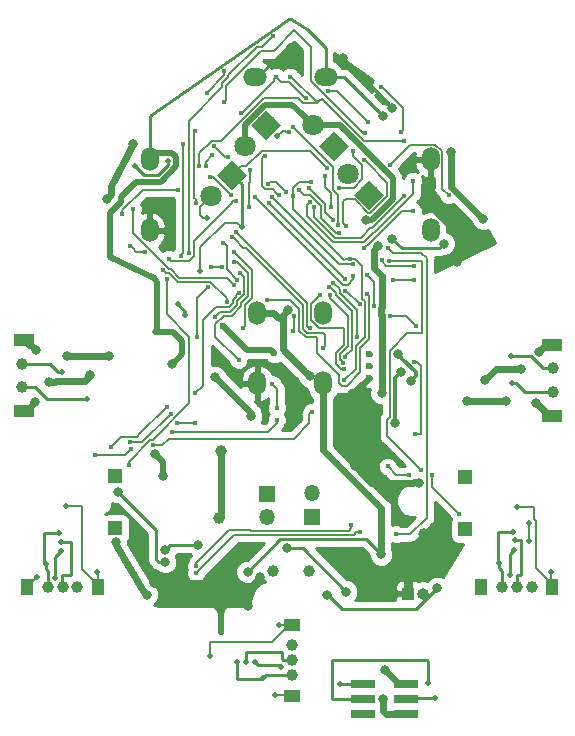
<source format=gbl>
G04 #@! TF.GenerationSoftware,KiCad,Pcbnew,(5.0.1-3-g963ef8bb5)*
G04 #@! TF.CreationDate,2019-05-10T02:41:28+09:00*
G04 #@! TF.ProjectId,mouse_v2,6D6F7573655F76322E6B696361645F70,rev?*
G04 #@! TF.SameCoordinates,Original*
G04 #@! TF.FileFunction,Copper,L2,Bot,Signal*
G04 #@! TF.FilePolarity,Positive*
%FSLAX46Y46*%
G04 Gerber Fmt 4.6, Leading zero omitted, Abs format (unit mm)*
G04 Created by KiCad (PCBNEW (5.0.1-3-g963ef8bb5)) date 2019年05月10日 金曜日 02:41:28*
%MOMM*%
%LPD*%
G01*
G04 APERTURE LIST*
G04 #@! TA.AperFunction,ComponentPad*
%ADD10C,0.600000*%
G04 #@! TD*
G04 #@! TA.AperFunction,WasherPad*
%ADD11C,1.000000*%
G04 #@! TD*
G04 #@! TA.AperFunction,ComponentPad*
%ADD12R,1.200000X1.200000*%
G04 #@! TD*
G04 #@! TA.AperFunction,ComponentPad*
%ADD13C,1.800000*%
G04 #@! TD*
G04 #@! TA.AperFunction,Conductor*
%ADD14C,0.100000*%
G04 #@! TD*
G04 #@! TA.AperFunction,SMDPad,CuDef*
%ADD15R,1.000000X1.400000*%
G04 #@! TD*
G04 #@! TA.AperFunction,ComponentPad*
%ADD16C,1.000000*%
G04 #@! TD*
G04 #@! TA.AperFunction,SMDPad,CuDef*
%ADD17R,1.400000X1.000000*%
G04 #@! TD*
G04 #@! TA.AperFunction,ComponentPad*
%ADD18R,1.350000X1.350000*%
G04 #@! TD*
G04 #@! TA.AperFunction,ComponentPad*
%ADD19O,1.350000X1.350000*%
G04 #@! TD*
G04 #@! TA.AperFunction,ComponentPad*
%ADD20R,1.000000X1.000000*%
G04 #@! TD*
G04 #@! TA.AperFunction,ComponentPad*
%ADD21O,1.000000X1.000000*%
G04 #@! TD*
G04 #@! TA.AperFunction,SMDPad,CuDef*
%ADD22R,2.100000X0.750000*%
G04 #@! TD*
G04 #@! TA.AperFunction,ComponentPad*
%ADD23O,1.500000X2.000000*%
G04 #@! TD*
G04 #@! TA.AperFunction,ComponentPad*
%ADD24O,2.000000X1.500000*%
G04 #@! TD*
G04 #@! TA.AperFunction,SMDPad,CuDef*
%ADD25R,1.700000X1.000000*%
G04 #@! TD*
G04 #@! TA.AperFunction,ViaPad*
%ADD26C,0.800000*%
G04 #@! TD*
G04 #@! TA.AperFunction,ViaPad*
%ADD27C,1.000000*%
G04 #@! TD*
G04 #@! TA.AperFunction,ViaPad*
%ADD28C,0.500000*%
G04 #@! TD*
G04 #@! TA.AperFunction,ViaPad*
%ADD29C,0.400000*%
G04 #@! TD*
G04 #@! TA.AperFunction,ViaPad*
%ADD30C,0.600000*%
G04 #@! TD*
G04 #@! TA.AperFunction,Conductor*
%ADD31C,0.600000*%
G04 #@! TD*
G04 #@! TA.AperFunction,Conductor*
%ADD32C,0.800000*%
G04 #@! TD*
G04 #@! TA.AperFunction,Conductor*
%ADD33C,0.250000*%
G04 #@! TD*
G04 #@! TA.AperFunction,Conductor*
%ADD34C,0.500000*%
G04 #@! TD*
G04 #@! TA.AperFunction,Conductor*
%ADD35C,0.200000*%
G04 #@! TD*
G04 #@! TA.AperFunction,Conductor*
%ADD36C,0.300000*%
G04 #@! TD*
G04 #@! TA.AperFunction,Conductor*
%ADD37C,0.254000*%
G04 #@! TD*
G04 APERTURE END LIST*
D10*
G04 #@! TO.P,U7,13*
G04 #@! TO.N,GND*
X157970000Y-111110000D03*
X157970000Y-112110000D03*
X157970000Y-110110000D03*
G04 #@! TD*
D11*
G04 #@! TO.P,,*
G04 #@! TO.N,*
X152840000Y-128440000D03*
X149840000Y-128440000D03*
G04 #@! TD*
D12*
G04 #@! TO.P,,*
G04 #@! TO.N,*
X166060000Y-124899999D03*
X166059999Y-120499999D03*
G04 #@! TD*
D13*
G04 #@! TO.P,D1,2*
G04 #@! TO.N,Net-(C15-Pad2)*
X144573949Y-96706051D03*
G04 #@! TO.P,D1,1*
G04 #@! TO.N,3.3VA*
X146370000Y-94910000D03*
D14*
G04 #@! TD*
G04 #@! TO.N,3.3VA*
G04 #@! TO.C,D1*
G36*
X146370000Y-93637208D02*
X147642792Y-94910000D01*
X146370000Y-96182792D01*
X145097208Y-94910000D01*
X146370000Y-93637208D01*
X146370000Y-93637208D01*
G37*
D13*
G04 #@! TO.P,D2,1*
G04 #@! TO.N,Net-(D2-Pad1)*
X149270000Y-90710000D03*
D14*
G04 #@! TD*
G04 #@! TO.N,Net-(D2-Pad1)*
G04 #@! TO.C,D2*
G36*
X149270000Y-89437208D02*
X150542792Y-90710000D01*
X149270000Y-91982792D01*
X147997208Y-90710000D01*
X149270000Y-89437208D01*
X149270000Y-89437208D01*
G37*
D13*
G04 #@! TO.P,D2,2*
G04 #@! TO.N,BATT*
X147473949Y-92506051D03*
G04 #@! TD*
G04 #@! TO.P,D4,1*
G04 #@! TO.N,3.3VA*
X157970000Y-96610000D03*
D14*
G04 #@! TD*
G04 #@! TO.N,3.3VA*
G04 #@! TO.C,D4*
G36*
X159242792Y-96610000D02*
X157970000Y-97882792D01*
X156697208Y-96610000D01*
X157970000Y-95337208D01*
X159242792Y-96610000D01*
X159242792Y-96610000D01*
G37*
D13*
G04 #@! TO.P,D4,2*
G04 #@! TO.N,Net-(C26-Pad2)*
X156173949Y-94813949D03*
G04 #@! TD*
G04 #@! TO.P,D5,2*
G04 #@! TO.N,BATT*
X153173949Y-90713949D03*
G04 #@! TO.P,D5,1*
G04 #@! TO.N,Net-(D5-Pad1)*
X154970000Y-92510000D03*
D14*
G04 #@! TD*
G04 #@! TO.N,Net-(D5-Pad1)*
G04 #@! TO.C,D5*
G36*
X156242792Y-92510000D02*
X154970000Y-93782792D01*
X153697208Y-92510000D01*
X154970000Y-91237208D01*
X156242792Y-92510000D01*
X156242792Y-92510000D01*
G37*
D15*
G04 #@! TO.P,,5*
G04 #@! TO.N,/ToF1/t_GND*
X173470000Y-129810000D03*
G04 #@! TO.P,,1*
G04 #@! TO.N,/ToF1/2V8*
X167470000Y-129810000D03*
D16*
G04 #@! TO.P,,3*
G04 #@! TO.N,Net-(J3-Pad3)*
X170470000Y-129810000D03*
G04 #@! TO.P,,4*
G04 #@! TO.N,Net-(J3-Pad4)*
X171720000Y-129810000D03*
G04 #@! TO.P,,2*
G04 #@! TO.N,Net-(J3-Pad2)*
X169220000Y-129810000D03*
G04 #@! TD*
G04 #@! TO.P,,2*
G04 #@! TO.N,Net-(J5-Pad2)*
X151420000Y-137260000D03*
G04 #@! TO.P,,4*
G04 #@! TO.N,Net-(J5-Pad4)*
X151420000Y-134760000D03*
G04 #@! TO.P,,3*
G04 #@! TO.N,Net-(J5-Pad3)*
X151420000Y-136010000D03*
D17*
G04 #@! TO.P,,1*
G04 #@! TO.N,/ToF2/2V8*
X151420000Y-139010000D03*
G04 #@! TO.P,,5*
G04 #@! TO.N,/ToF2/t_GND*
X151420000Y-133010000D03*
G04 #@! TD*
D15*
G04 #@! TO.P,,5*
G04 #@! TO.N,/ToF3/t_GND*
X135020000Y-129860000D03*
G04 #@! TO.P,,1*
G04 #@! TO.N,/ToF3/2V8*
X129020000Y-129860000D03*
D16*
G04 #@! TO.P,,3*
G04 #@! TO.N,Net-(J7-Pad3)*
X132020000Y-129860000D03*
G04 #@! TO.P,,4*
G04 #@! TO.N,Net-(J7-Pad4)*
X133270000Y-129860000D03*
G04 #@! TO.P,,2*
G04 #@! TO.N,Net-(J7-Pad2)*
X130770000Y-129860000D03*
G04 #@! TD*
D18*
G04 #@! TO.P,,1*
G04 #@! TO.N,Net-(J12-Pad1)*
X149300000Y-121908000D03*
D19*
G04 #@! TO.P,,2*
G04 #@! TO.N,Net-(J12-Pad2)*
X149300000Y-123908000D03*
G04 #@! TD*
G04 #@! TO.P,,2*
G04 #@! TO.N,Net-(J13-Pad2)*
X153110000Y-121876000D03*
D18*
G04 #@! TO.P,,1*
G04 #@! TO.N,Net-(J13-Pad1)*
X153110000Y-123876000D03*
G04 #@! TD*
D20*
G04 #@! TO.P,,1*
G04 #@! TO.N,GND*
X161270000Y-130390000D03*
D21*
G04 #@! TO.P,,2*
G04 #@! TO.N,Net-(J14-Pad2)*
X162540000Y-130390000D03*
G04 #@! TD*
D22*
G04 #@! TO.P,,1*
G04 #@! TO.N,/converter/NRST*
X157470000Y-138040000D03*
G04 #@! TO.P,,2*
G04 #@! TO.N,/converter/3.3V*
X161070000Y-138040000D03*
G04 #@! TO.P,,3*
G04 #@! TO.N,/converter/SWCLK*
X157470000Y-139310000D03*
G04 #@! TO.P,,4*
G04 #@! TO.N,/converter/SWDIO*
X161070000Y-139310000D03*
G04 #@! TO.P,,5*
G04 #@! TO.N,Net-(J15-Pad5)*
X157470000Y-140580000D03*
G04 #@! TO.P,,6*
G04 #@! TO.N,/converter/t_GND*
X161070000Y-140580000D03*
G04 #@! TD*
D12*
G04 #@! TO.P,,*
G04 #@! TO.N,*
X136480001Y-120439999D03*
X136480000Y-124839999D03*
G04 #@! TD*
D23*
G04 #@! TO.P,,1*
G04 #@! TO.N,2.8V*
X139370000Y-93610000D03*
G04 #@! TO.P,,5*
G04 #@! TO.N,GND*
X139370000Y-99610000D03*
G04 #@! TD*
G04 #@! TO.P,,5*
G04 #@! TO.N,GND*
X163170000Y-93610000D03*
G04 #@! TO.P,,1*
G04 #@! TO.N,2.8V*
X163170000Y-99610000D03*
G04 #@! TD*
D24*
G04 #@! TO.P,,1*
G04 #@! TO.N,2.8V*
X154270000Y-86610000D03*
G04 #@! TO.P,,5*
G04 #@! TO.N,GND*
X148270000Y-86610000D03*
G04 #@! TD*
D23*
G04 #@! TO.P,,4*
G04 #@! TO.N,GND*
X154070000Y-106590000D03*
G04 #@! TO.P,,1*
G04 #@! TO.N,3.3V*
X154070000Y-112590000D03*
G04 #@! TD*
G04 #@! TO.P,,1*
G04 #@! TO.N,3.3V*
X148470000Y-106590000D03*
G04 #@! TO.P,,4*
G04 #@! TO.N,GND*
X148470000Y-112590000D03*
G04 #@! TD*
D16*
G04 #@! TO.P,,3*
G04 #@! TO.N,Net-(J9-Pad3)*
X128570000Y-112910000D03*
G04 #@! TO.P,,2*
G04 #@! TO.N,Net-(J9-Pad2)*
X128570000Y-110910000D03*
D25*
G04 #@! TO.P,,4*
G04 #@! TO.N,/encoder1/t_GND*
X128720000Y-114910000D03*
G04 #@! TO.P,,1*
G04 #@! TO.N,/encoder1/3V3*
X128720000Y-108910000D03*
G04 #@! TD*
G04 #@! TO.P,,1*
G04 #@! TO.N,/encoder2/3V3*
X173420000Y-115310000D03*
G04 #@! TO.P,,4*
G04 #@! TO.N,/encoder2/t_GND*
X173420000Y-109310000D03*
D16*
G04 #@! TO.P,,2*
G04 #@! TO.N,Net-(J11-Pad2)*
X173570000Y-113310000D03*
G04 #@! TO.P,,3*
G04 #@! TO.N,Net-(J11-Pad3)*
X173570000Y-111310000D03*
G04 #@! TD*
D26*
G04 #@! TO.N,GND*
X147670000Y-131435000D03*
X148757700Y-128945787D03*
D27*
X162570000Y-125310000D03*
D26*
X139770000Y-129460000D03*
X156770000Y-119610000D03*
X165365045Y-102299769D03*
X159920131Y-89279869D03*
X155729034Y-85065666D03*
D28*
X151654513Y-83860001D03*
D26*
X157110000Y-114910000D03*
D29*
X155139102Y-114200538D03*
D26*
X162200000Y-120980010D03*
G04 #@! TO.N,/MCU/NRST*
X140698923Y-127709584D03*
X136670000Y-121760000D03*
D29*
X141010000Y-102040000D03*
X140810000Y-103720000D03*
X137590000Y-119490000D03*
X146680000Y-97120000D03*
D26*
G04 #@! TO.N,2.8V*
X139170000Y-130460000D03*
X136497784Y-126040000D03*
X159120000Y-89910000D03*
X140470000Y-120420000D03*
X139830000Y-118570000D03*
X141290000Y-110908269D03*
G04 #@! TO.N,3.3V*
X158983044Y-127061521D03*
X147670000Y-128539998D03*
X147970000Y-115360000D03*
X144920000Y-112060000D03*
D29*
X149110763Y-93315828D03*
X150289400Y-96625010D03*
X153030359Y-95516106D03*
X151490000Y-96750000D03*
X156302463Y-102040658D03*
X155860000Y-112320000D03*
D26*
X151077191Y-106376975D03*
X152914898Y-112000214D03*
D28*
G04 #@! TO.N,Net-(C12-Pad1)*
X150160479Y-91643858D03*
D29*
X151210000Y-91301730D03*
D28*
G04 #@! TO.N,Net-(C15-Pad2)*
X144216295Y-98574662D03*
D29*
G04 #@! TO.N,/MCU/IR_ADC1*
X145478499Y-102760017D03*
X144598488Y-102750857D03*
D27*
G04 #@! TO.N,BATT*
X145457488Y-118320623D03*
X145220000Y-123960000D03*
D26*
X159020002Y-113410000D03*
D28*
X140940000Y-93740000D03*
X138110000Y-94170000D03*
D26*
X158743521Y-100911591D03*
X157685758Y-98735544D03*
G04 #@! TO.N,Net-(C20-Pad2)*
X140670000Y-126710000D03*
X143470000Y-126260000D03*
D28*
G04 #@! TO.N,3.3VA*
X147190405Y-99339595D03*
D30*
X149941160Y-110049586D03*
X145572439Y-107712439D03*
D29*
X154419002Y-94380998D03*
D28*
X143658197Y-103050010D03*
G04 #@! TO.N,1.65V_REF*
X141750010Y-105904955D03*
X142406534Y-106834498D03*
D29*
G04 #@! TO.N,Net-(C26-Pad1)*
X142010000Y-101760000D03*
X142190000Y-92290000D03*
X145640000Y-88770000D03*
X155990000Y-99230000D03*
X157546135Y-93643865D03*
X157576135Y-91416135D03*
G04 #@! TO.N,/MCU/IR_ADC2*
X144890000Y-106980000D03*
X147037374Y-103204611D03*
G04 #@! TO.N,/MCU/BUTTON*
X155900000Y-104730000D03*
X157150000Y-105870000D03*
X159710000Y-106840000D03*
X161920000Y-107710000D03*
X161770000Y-110760000D03*
X161830000Y-116860000D03*
X165610000Y-123630000D03*
X163310000Y-120340000D03*
X161350000Y-120340000D03*
X159520000Y-119610000D03*
D26*
G04 #@! TO.N,Net-(D2-Pad1)*
X135729114Y-96953298D03*
X137977191Y-92311599D03*
G04 #@! TO.N,Net-(D5-Pad1)*
X164888373Y-92975318D03*
X167620000Y-98660000D03*
D29*
G04 #@! TO.N,Net-(D6-Pad2)*
X150140000Y-115670000D03*
X141290000Y-116670000D03*
X141150000Y-115160000D03*
X137680000Y-117560000D03*
G04 #@! TO.N,Net-(D7-Pad2)*
X143190000Y-115940000D03*
X141720000Y-115960000D03*
X140830000Y-114560000D03*
X136080000Y-118000000D03*
G04 #@! TO.N,Net-(D8-Pad2)*
X137760000Y-118150000D03*
X134730000Y-118630000D03*
G04 #@! TO.N,/MCU/SWCLK*
X159599061Y-101096903D03*
X160260000Y-125350000D03*
X157150759Y-125174239D03*
X143310000Y-128670000D03*
G04 #@! TO.N,/MCU/SWDIO*
X159610002Y-102180000D03*
X156416456Y-124576554D03*
X143330000Y-128020000D03*
X162350000Y-119899990D03*
G04 #@! TO.N,/MCU/TOF1_EN*
X147790000Y-97660000D03*
X147890000Y-94550000D03*
X145980000Y-93390000D03*
X144830000Y-92460000D03*
G04 #@! TO.N,/MCU/TOF_SDA*
X160665000Y-91330000D03*
X158940000Y-87480000D03*
X152937034Y-97249288D03*
X161670000Y-95410000D03*
X147146965Y-89693432D03*
X150090011Y-86625390D03*
X152598441Y-88441559D03*
X144684799Y-93275000D03*
X144160000Y-94205000D03*
G04 #@! TO.N,/MCU/TOF_SCL*
X151270000Y-86610000D03*
X160890000Y-92040000D03*
X153318873Y-97631127D03*
X160910000Y-96688663D03*
X143580010Y-94214431D03*
D28*
G04 #@! TO.N,Net-(J3-Pad3)*
X170334084Y-125886327D03*
G04 #@! TO.N,Net-(J3-Pad4)*
X170210000Y-126650000D03*
X169870000Y-128840000D03*
G04 #@! TO.N,Net-(J3-Pad2)*
X170180000Y-125160000D03*
X168950000Y-127760000D03*
D29*
G04 #@! TO.N,/MCU/TOF2_EN*
X157560000Y-101090000D03*
X161670000Y-98000000D03*
D28*
G04 #@! TO.N,Net-(J5-Pad2)*
X146780000Y-136210000D03*
X148960000Y-137540000D03*
G04 #@! TO.N,Net-(J5-Pad4)*
X148270000Y-136210000D03*
X150506086Y-136604644D03*
G04 #@! TO.N,Net-(J5-Pad3)*
X147535895Y-136153532D03*
D29*
G04 #@! TO.N,/MCU/TOF3_EN*
X154719979Y-97689294D03*
X154230000Y-95050000D03*
X155380000Y-96010000D03*
X156630000Y-92940000D03*
X157890000Y-90480000D03*
X154510000Y-87850000D03*
D28*
G04 #@! TO.N,Net-(J7-Pad3)*
X131870549Y-126035397D03*
G04 #@! TO.N,Net-(J7-Pad4)*
X131869999Y-126776000D03*
X131391000Y-129065148D03*
G04 #@! TO.N,Net-(J7-Pad2)*
X130585000Y-127860000D03*
X131712000Y-125252000D03*
D29*
G04 #@! TO.N,/MCU/ENC1_B*
X152940000Y-107910000D03*
X146727643Y-99779595D03*
G04 #@! TO.N,/MCU/ENC1_A*
X154020000Y-109620000D03*
X146381226Y-100200252D03*
D28*
G04 #@! TO.N,Net-(J9-Pad3)*
X134062154Y-113920000D03*
G04 #@! TO.N,Net-(J9-Pad2)*
X131990000Y-111640000D03*
D29*
G04 #@! TO.N,/MCU/ENC2_A*
X146520000Y-101430000D03*
X147270000Y-107890000D03*
G04 #@! TO.N,/MCU/ENC2_B*
X146910000Y-110610000D03*
X146492030Y-102299760D03*
D28*
G04 #@! TO.N,Net-(J11-Pad2)*
X170050000Y-112550000D03*
G04 #@! TO.N,Net-(J11-Pad3)*
X170010000Y-110300000D03*
D26*
G04 #@! TO.N,Net-(J12-Pad2)*
X160155774Y-115960000D03*
X160699145Y-111610000D03*
G04 #@! TO.N,Net-(J13-Pad2)*
X160386192Y-110110000D03*
X161520000Y-112360000D03*
G04 #@! TO.N,Net-(J14-Pad2)*
X163750660Y-129889678D03*
X154433217Y-130537309D03*
D28*
G04 #@! TO.N,/converter/NRST*
X155490000Y-138000000D03*
G04 #@! TO.N,/converter/SWCLK*
X162955000Y-137990000D03*
G04 #@! TO.N,/converter/SWDIO*
X163530000Y-139250000D03*
D29*
G04 #@! TO.N,Net-(LS1-Pad2)*
X149850000Y-83180000D03*
X142710000Y-101550000D03*
X144340000Y-104450000D03*
X143410000Y-108660020D03*
G04 #@! TO.N,Net-(Q1-Pad2)*
X157810001Y-103440000D03*
X156620000Y-103450000D03*
X137063873Y-98206127D03*
X148328798Y-96800000D03*
X144490000Y-95076040D03*
X146290000Y-96620000D03*
X141769989Y-96171745D03*
X158370023Y-106029990D03*
G04 #@! TO.N,Net-(Q1-Pad1)*
X137728434Y-100959499D03*
X138970749Y-101483104D03*
D26*
G04 #@! TO.N,Net-(Q2-Pad1)*
X156024626Y-130212356D03*
X150970000Y-126510000D03*
G04 #@! TO.N,Net-(Q3-Pad2)*
X164280403Y-100745708D03*
X159920000Y-100360000D03*
D29*
G04 #@! TO.N,/MCU/BATT_MONITOR*
X137960000Y-97830000D03*
X146557024Y-104289140D03*
G04 #@! TO.N,/MCU/IR_LED1*
X161780000Y-102620000D03*
X159010324Y-102157424D03*
X156580000Y-102503881D03*
X149767662Y-96842996D03*
G04 #@! TO.N,Net-(R10-Pad2)*
X161740000Y-103830000D03*
X159950000Y-103810000D03*
G04 #@! TO.N,Net-(R13-Pad2)*
X149275553Y-105508201D03*
X157810001Y-105050000D03*
X140478823Y-102991177D03*
X145894352Y-105669990D03*
G04 #@! TO.N,/MCU/IR_LED2*
X155960000Y-103780000D03*
X149480000Y-97300000D03*
G04 #@! TO.N,Net-(R25-Pad2)*
X159735000Y-94056864D03*
X164710000Y-96670000D03*
G04 #@! TO.N,/MCU/LED1*
X151619947Y-106880000D03*
X151520000Y-108190000D03*
X149760000Y-112630000D03*
X150150000Y-114670000D03*
G04 #@! TO.N,/MCU/LED2*
X146922975Y-104902974D03*
X143250000Y-113430000D03*
G04 #@! TO.N,/MCU/LED3*
X153100000Y-114990000D03*
X139660000Y-117840000D03*
G04 #@! TO.N,/MCU/SPEAKER*
X145630000Y-100680000D03*
X143280000Y-97280000D03*
X143210000Y-91210000D03*
X144210000Y-88000000D03*
X145710000Y-86100000D03*
X146797201Y-103805480D03*
G04 #@! TO.N,/MCU/MOTOR11*
X153820000Y-105100000D03*
X155870000Y-111380000D03*
G04 #@! TO.N,/MCU/MOTOR12*
X154654172Y-105077628D03*
X155750011Y-110844284D03*
G04 #@! TO.N,/MCU/MOTOR21*
X154549552Y-104462900D03*
X155913313Y-110329556D03*
G04 #@! TO.N,/MCU/MOTOR22*
X154920000Y-104070000D03*
X156930000Y-108690000D03*
G04 #@! TO.N,/MCU/IMU_NSS*
X150930000Y-96410000D03*
X149360000Y-95710000D03*
G04 #@! TO.N,/MCU/IMU_SCK*
X155400000Y-99810000D03*
X151990000Y-96170000D03*
G04 #@! TO.N,/MCU/IMU_MISO*
X151519440Y-90859182D03*
X155350000Y-99180000D03*
G04 #@! TO.N,/MCU/IMU_MOSI*
X152872526Y-96032527D03*
X154910000Y-98773631D03*
D28*
G04 #@! TO.N,/ToF1/2V8*
X171470000Y-124410000D03*
X171470000Y-125910000D03*
D29*
X167470000Y-129810000D03*
D28*
G04 #@! TO.N,/ToF2/2V8*
X150000000Y-138960000D03*
G04 #@! TO.N,/ToF3/2V8*
X129880000Y-129000000D03*
G04 #@! TO.N,/ToF1/t_GND*
X170480000Y-123010000D03*
X173360000Y-128540000D03*
G04 #@! TO.N,/ToF2/t_GND*
X144510000Y-135700000D03*
X150340000Y-133060000D03*
G04 #@! TO.N,/ToF3/t_GND*
X132320000Y-122960000D03*
X134950000Y-128560000D03*
D26*
G04 #@! TO.N,/encoder1/t_GND*
X130820000Y-112440000D03*
X134370000Y-111910000D03*
X129648542Y-114180000D03*
G04 #@! TO.N,/encoder1/3V3*
X132380000Y-110280000D03*
X135900000Y-110270000D03*
X129780000Y-109771458D03*
G04 #@! TO.N,/encoder2/3V3*
X169550000Y-114070000D03*
X166210000Y-114070000D03*
X172121448Y-114209990D03*
G04 #@! TO.N,/encoder2/t_GND*
X170820000Y-111350000D03*
X167770000Y-112310000D03*
X172312102Y-109906796D03*
G04 #@! TO.N,/converter/3.3V*
X159270000Y-136850000D03*
G04 #@! TO.N,/converter/t_GND*
X159120000Y-139310000D03*
G04 #@! TD*
D31*
G04 #@! TO.N,GND*
X146495000Y-130260000D02*
X147670000Y-131435000D01*
X147443487Y-130260000D02*
X148757700Y-128945787D01*
X146495000Y-130260000D02*
X147443487Y-130260000D01*
D32*
X161270000Y-129090000D02*
X162570000Y-127790000D01*
X161270000Y-130390000D02*
X161270000Y-129090000D01*
X162570000Y-127790000D02*
X162570000Y-125310000D01*
D31*
X140335685Y-129460000D02*
X140385685Y-129510000D01*
X139770000Y-129460000D02*
X140335685Y-129460000D01*
X145745000Y-129510000D02*
X146495000Y-130260000D01*
X140385685Y-129510000D02*
X145745000Y-129510000D01*
X156770000Y-113310000D02*
X157970000Y-112110000D01*
X156770000Y-113310000D02*
X156420000Y-113310000D01*
D33*
X165365045Y-100034752D02*
X165365045Y-102299769D01*
X163170000Y-97839707D02*
X165365045Y-100034752D01*
X163170000Y-93610000D02*
X163170000Y-97839707D01*
X159520132Y-88879870D02*
X159520132Y-88830132D01*
X159920131Y-89279869D02*
X159520132Y-88879870D01*
X155755666Y-85065666D02*
X155729034Y-85065666D01*
X159520132Y-88830132D02*
X155755666Y-85065666D01*
X148520000Y-86610000D02*
X151269999Y-83860001D01*
X151269999Y-83860001D02*
X151654513Y-83860001D01*
X148270000Y-86610000D02*
X148520000Y-86610000D01*
D31*
X156770000Y-115060000D02*
X156770000Y-113310000D01*
X156770000Y-119610000D02*
X156770000Y-115060000D01*
D34*
X156920000Y-114910000D02*
X156770000Y-115060000D01*
X157110000Y-114910000D02*
X156920000Y-114910000D01*
D35*
X156420000Y-113310000D02*
X155529462Y-114200538D01*
X155421944Y-114200538D02*
X155139102Y-114200538D01*
X155529462Y-114200538D02*
X155421944Y-114200538D01*
D34*
X162129990Y-120910000D02*
X162200000Y-120980010D01*
D31*
X161770000Y-120910000D02*
X161699999Y-120980001D01*
X161699999Y-120980001D02*
X158140001Y-120980001D01*
X157169999Y-120009999D02*
X156770000Y-119610000D01*
X158140001Y-120980001D02*
X157169999Y-120009999D01*
D34*
X161770000Y-120910000D02*
X162129990Y-120910000D01*
D33*
G04 #@! TO.N,/MCU/NRST*
X139944999Y-125034999D02*
X136670000Y-121760000D01*
X139944999Y-127521345D02*
X139944999Y-125034999D01*
X140133238Y-127709584D02*
X139944999Y-127521345D01*
X140698923Y-127709584D02*
X140133238Y-127709584D01*
D35*
X143150002Y-101761202D02*
X143150002Y-100519925D01*
X142671205Y-102239999D02*
X143150002Y-101761202D01*
X141209999Y-102239999D02*
X142671205Y-102239999D01*
X141010000Y-102040000D02*
X141209999Y-102239999D01*
X143150002Y-100519925D02*
X146360980Y-97308947D01*
X146360980Y-97156178D02*
X146360980Y-97308947D01*
X146397158Y-97120000D02*
X146360980Y-97156178D01*
X146680000Y-97120000D02*
X146397158Y-97120000D01*
X139628798Y-117399998D02*
X139397160Y-117399998D01*
X139397160Y-117399998D02*
X137590000Y-119207158D01*
X140810000Y-106720000D02*
X142750000Y-108660000D01*
X137590000Y-119207158D02*
X137590000Y-119490000D01*
X140810000Y-103720000D02*
X140810000Y-106720000D01*
X142750000Y-108660000D02*
X142750000Y-114278796D01*
X142750000Y-114278796D02*
X139628798Y-117399998D01*
D31*
G04 #@! TO.N,2.8V*
X136497784Y-126236958D02*
X136497784Y-126040000D01*
X138722639Y-130012639D02*
X136497784Y-126236958D01*
X139170000Y-130460000D02*
X138722639Y-130012639D01*
D33*
X155820000Y-86610000D02*
X154270000Y-86610000D01*
X159120000Y-89910000D02*
X155820000Y-86610000D01*
X151637362Y-81865745D02*
X151386495Y-81757556D01*
X154270000Y-84175530D02*
X152713607Y-82619137D01*
X152713607Y-82619137D02*
X151637362Y-81865745D01*
X154270000Y-86610000D02*
X154270000Y-84175530D01*
X150906751Y-81865743D02*
X139478847Y-89865490D01*
X151157617Y-81757556D02*
X150906751Y-81865743D01*
X151386495Y-81757556D02*
X151157617Y-81757556D01*
X139370000Y-89974337D02*
X139370000Y-93610000D01*
X139478847Y-89865490D02*
X139370000Y-89974337D01*
D34*
X140470000Y-119210000D02*
X139830000Y-118570000D01*
X140470000Y-120420000D02*
X140470000Y-119210000D01*
X142160603Y-109030603D02*
X141330000Y-108200000D01*
X142160603Y-110072278D02*
X142160603Y-109030603D01*
X141324612Y-110908269D02*
X142160603Y-110072278D01*
X141290000Y-110908269D02*
X141324612Y-110908269D01*
X141330000Y-108200000D02*
X139795010Y-108200000D01*
X139716836Y-103695524D02*
X136045218Y-101917279D01*
X140030000Y-107965010D02*
X140030000Y-104008688D01*
X140030000Y-104008688D02*
X139716836Y-103695524D01*
X139795010Y-108200000D02*
X140030000Y-107965010D01*
X136045218Y-101917279D02*
X136045218Y-98184782D01*
X141640001Y-93403999D02*
X141276001Y-93039999D01*
X141640001Y-94206738D02*
X141640001Y-93403999D01*
X141276001Y-93039999D02*
X139940001Y-93039999D01*
X140336719Y-95510020D02*
X141640001Y-94206738D01*
X139940001Y-93039999D02*
X139370000Y-93610000D01*
X138263976Y-95510020D02*
X140336719Y-95510020D01*
X136973747Y-96800249D02*
X138263976Y-95510020D01*
X136973747Y-97256253D02*
X136973747Y-96800249D01*
X136045218Y-98184782D02*
X136973747Y-97256253D01*
D33*
G04 #@! TO.N,3.3V*
X157706522Y-125784999D02*
X150424999Y-125784999D01*
X150424999Y-125784999D02*
X147670000Y-128539998D01*
X158983044Y-127061521D02*
X157706522Y-125784999D01*
D31*
X147970000Y-115110000D02*
X144920000Y-112060000D01*
X147970000Y-115360000D02*
X147970000Y-115110000D01*
X149820000Y-106590000D02*
X148470000Y-106590000D01*
X150290000Y-107060000D02*
X150629700Y-107060000D01*
X150290000Y-107060000D02*
X149820000Y-106590000D01*
D35*
X151490000Y-96018798D02*
X151490000Y-96750000D01*
X151992692Y-95516106D02*
X151490000Y-96018798D01*
X153030359Y-95516106D02*
X151992692Y-95516106D01*
X151490000Y-96750000D02*
X151490000Y-97790000D01*
X151490000Y-97790000D02*
X155863871Y-102163871D01*
X155987084Y-102040658D02*
X156302463Y-102040658D01*
X155863871Y-102163871D02*
X155987084Y-102040658D01*
X149110763Y-93315828D02*
X148910764Y-93515827D01*
X148910764Y-95911968D02*
X149148798Y-96150002D01*
X148910764Y-93515827D02*
X148910764Y-95911968D01*
X150089401Y-96425011D02*
X150289400Y-96625010D01*
X149148798Y-96150002D02*
X149814392Y-96150002D01*
X149814392Y-96150002D02*
X150089401Y-96425011D01*
D31*
X150629700Y-106824466D02*
X150677192Y-106776974D01*
X150677192Y-106776974D02*
X151077191Y-106376975D01*
X150629700Y-107060000D02*
X150629700Y-106824466D01*
X150629700Y-107060000D02*
X150629700Y-109715016D01*
X150629700Y-109715016D02*
X152514899Y-111600215D01*
X152514899Y-111600215D02*
X152914898Y-112000214D01*
X154070000Y-114190000D02*
X154070000Y-112590000D01*
X158983044Y-127061521D02*
X158983044Y-123155046D01*
X158983044Y-123155046D02*
X154070000Y-118242002D01*
X154070000Y-118242002D02*
X154070000Y-114190000D01*
D35*
X157590002Y-105628798D02*
X157370001Y-105408797D01*
X155860000Y-112320000D02*
X156830009Y-111349991D01*
X156830009Y-111349991D02*
X156830009Y-109441193D01*
X156830009Y-109441193D02*
X157590002Y-108681200D01*
X156585305Y-102040658D02*
X156302463Y-102040658D01*
X157370001Y-105408797D02*
X157370001Y-102650001D01*
X157370001Y-102650001D02*
X156760658Y-102040658D01*
X157590002Y-108681200D02*
X157590002Y-105628798D01*
X156760658Y-102040658D02*
X156585305Y-102040658D01*
G04 #@! TO.N,Net-(C12-Pad1)*
X150630467Y-91173870D02*
X150160479Y-91643858D01*
X150799298Y-91173870D02*
X150630467Y-91173870D01*
X150927158Y-91301730D02*
X150799298Y-91173870D01*
X151210000Y-91301730D02*
X150927158Y-91301730D01*
G04 #@! TO.N,Net-(C15-Pad2)*
X143862742Y-98574662D02*
X144216295Y-98574662D01*
X144573949Y-96706051D02*
X143609999Y-97670001D01*
X143609999Y-97670001D02*
X143609999Y-98321919D01*
X143609999Y-98321919D02*
X143862742Y-98574662D01*
G04 #@! TO.N,/MCU/IR_ADC1*
X145478499Y-102760017D02*
X144607648Y-102760017D01*
X144607648Y-102760017D02*
X144598488Y-102750857D01*
D31*
G04 #@! TO.N,BATT*
X145457488Y-123722512D02*
X145220000Y-123960000D01*
X145457488Y-118320623D02*
X145457488Y-123722512D01*
D33*
X138875010Y-94935010D02*
X138110000Y-94170000D01*
X140098543Y-94935010D02*
X138875010Y-94935010D01*
X140940000Y-94093553D02*
X140098543Y-94935010D01*
X140940000Y-93740000D02*
X140940000Y-94093553D01*
D34*
X151447198Y-88987198D02*
X152273950Y-89813950D01*
X147473949Y-92506051D02*
X147473949Y-90681701D01*
X147473949Y-90681701D02*
X149168452Y-88987198D01*
X149168452Y-88987198D02*
X151447198Y-88987198D01*
X152273950Y-89813950D02*
X153173949Y-90713949D01*
X159972812Y-96932873D02*
X158170141Y-98735544D01*
X159972812Y-95227338D02*
X159972812Y-96932873D01*
X153173949Y-90713949D02*
X155459423Y-90713949D01*
X155459423Y-90713949D02*
X159972812Y-95227338D01*
X158170141Y-98735544D02*
X157685758Y-98735544D01*
D31*
X158999999Y-106777201D02*
X158999999Y-106162799D01*
X159020002Y-106142796D02*
X159020002Y-103500002D01*
X159020002Y-103500002D02*
X158343522Y-102823522D01*
X158343522Y-102823522D02*
X158343522Y-101311590D01*
X159020002Y-113410000D02*
X159020002Y-106797204D01*
X158343522Y-101311590D02*
X158743521Y-100911591D01*
X158999999Y-106162799D02*
X159020002Y-106142796D01*
X159020002Y-106797204D02*
X158999999Y-106777201D01*
D33*
G04 #@! TO.N,Net-(C20-Pad2)*
X141120000Y-126260000D02*
X143470000Y-126260000D01*
X140670000Y-126710000D02*
X141120000Y-126260000D01*
D34*
G04 #@! TO.N,3.3VA*
X149641161Y-109749587D02*
X147619587Y-109749587D01*
X149941160Y-110049586D02*
X149641161Y-109749587D01*
X147619587Y-109749587D02*
X145582439Y-107712439D01*
X145582439Y-107712439D02*
X145572439Y-107712439D01*
D35*
X143658197Y-102696457D02*
X143658197Y-103050010D01*
X146816682Y-98965872D02*
X145717940Y-98965872D01*
X147190405Y-99339595D02*
X146816682Y-98965872D01*
X145717940Y-98965872D02*
X143658197Y-101025615D01*
X143658197Y-101025615D02*
X143658197Y-102696457D01*
X146370000Y-94910000D02*
X147077106Y-94202894D01*
X147077106Y-94202894D02*
X147572495Y-94202894D01*
X147572495Y-94202894D02*
X148899562Y-92875827D01*
X148899562Y-92875827D02*
X152913831Y-92875827D01*
X152913831Y-92875827D02*
X154419002Y-94380998D01*
D33*
X147190405Y-95730405D02*
X147077106Y-95617106D01*
X147077106Y-95617106D02*
X146370000Y-94910000D01*
X147190405Y-99339595D02*
X147190405Y-95730405D01*
G04 #@! TO.N,1.65V_REF*
X141750010Y-105904955D02*
X142406534Y-106561479D01*
X142406534Y-106561479D02*
X142406534Y-106834498D01*
D35*
G04 #@! TO.N,Net-(C26-Pad1)*
X142010000Y-101760000D02*
X142209999Y-101560001D01*
X142209999Y-101560001D02*
X142209999Y-92309999D01*
X142209999Y-92309999D02*
X142190000Y-92290000D01*
X155790001Y-99030001D02*
X155790001Y-97177781D01*
X157870584Y-98122802D02*
X158069416Y-98122802D01*
X155990000Y-99230000D02*
X155790001Y-99030001D01*
X158069416Y-98122802D02*
X159482802Y-96709416D01*
X155790001Y-97177781D02*
X155990000Y-96977782D01*
X155990000Y-96977782D02*
X156725564Y-96977782D01*
X159482802Y-95580532D02*
X157746134Y-93843864D01*
X159482802Y-96709416D02*
X159482802Y-95580532D01*
X156725564Y-96977782D02*
X157870584Y-98122802D01*
X157746134Y-93843864D02*
X157546135Y-93643865D01*
X145640000Y-88770000D02*
X145839999Y-88570001D01*
X148789915Y-84440000D02*
X149920000Y-84440000D01*
X145839999Y-87389916D02*
X148789915Y-84440000D01*
X149920000Y-84440000D02*
X149920000Y-84400000D01*
X149920000Y-84400000D02*
X151640000Y-82680000D01*
X145839999Y-88570001D02*
X145839999Y-87389916D01*
X151640000Y-82680000D02*
X153029990Y-84069990D01*
X153029990Y-84069990D02*
X153029990Y-87020075D01*
X157426050Y-91416135D02*
X157576135Y-91416135D01*
X153029990Y-87020075D02*
X157426050Y-91416135D01*
G04 #@! TO.N,/MCU/IR_ADC2*
X145349989Y-106520011D02*
X146210839Y-106520011D01*
X146799969Y-105648250D02*
X147389999Y-105058220D01*
X147389999Y-105058220D02*
X147389999Y-103557236D01*
X147389999Y-103557236D02*
X147237373Y-103404610D01*
X144890000Y-106980000D02*
X145349989Y-106520011D01*
X147237373Y-103404610D02*
X147037374Y-103204611D01*
X146799969Y-105930881D02*
X146799969Y-105648250D01*
X146210839Y-106520011D02*
X146799969Y-105930881D01*
G04 #@! TO.N,/MCU/BUTTON*
X155900000Y-104730000D02*
X156010000Y-104730000D01*
X156010000Y-104730000D02*
X157150000Y-105870000D01*
X161050000Y-106840000D02*
X161920000Y-107710000D01*
X159710000Y-106840000D02*
X161050000Y-106840000D01*
X162052842Y-110760000D02*
X162380000Y-111087158D01*
X161770000Y-110760000D02*
X162052842Y-110760000D01*
X162380000Y-111087158D02*
X162380000Y-116830000D01*
X161860000Y-116830000D02*
X161830000Y-116860000D01*
X162380000Y-116830000D02*
X161860000Y-116830000D01*
X163310000Y-121330000D02*
X163310000Y-120340000D01*
X165610000Y-123630000D02*
X163310000Y-121330000D01*
X160250000Y-120340000D02*
X159520000Y-119610000D01*
X161350000Y-120340000D02*
X160250000Y-120340000D01*
D31*
G04 #@! TO.N,Net-(D2-Pad1)*
X136129113Y-96553299D02*
X136129113Y-95898006D01*
X135729114Y-96953298D02*
X136129113Y-96553299D01*
X137933606Y-92268014D02*
X137977191Y-92311599D01*
X137887198Y-92268014D02*
X137933606Y-92268014D01*
X136129113Y-95898006D02*
X137977191Y-92311599D01*
G04 #@! TO.N,Net-(D5-Pad1)*
X164888373Y-95928373D02*
X167620000Y-98660000D01*
X164888373Y-92975318D02*
X164888373Y-95928373D01*
D35*
G04 #@! TO.N,Net-(D6-Pad2)*
X150140000Y-115952842D02*
X149422842Y-116670000D01*
X150140000Y-115670000D02*
X150140000Y-115952842D01*
X149422842Y-116670000D02*
X141290000Y-116670000D01*
X138750000Y-117560000D02*
X137680000Y-117560000D01*
X141150000Y-115160000D02*
X138750000Y-117560000D01*
G04 #@! TO.N,Net-(D7-Pad2)*
X143190000Y-115940000D02*
X142907158Y-115940000D01*
X141740000Y-115940000D02*
X141720000Y-115960000D01*
X142907158Y-115940000D02*
X141740000Y-115940000D01*
X140830000Y-114560000D02*
X138570000Y-116820000D01*
X138570000Y-116820000D02*
X138550000Y-116820000D01*
X138550000Y-116820000D02*
X138280000Y-117090000D01*
X138280000Y-117090000D02*
X136860000Y-117090000D01*
X136860000Y-117220000D02*
X136080000Y-118000000D01*
X136860000Y-117090000D02*
X136860000Y-117220000D01*
G04 #@! TO.N,Net-(D8-Pad2)*
X137280000Y-118630000D02*
X134730000Y-118630000D01*
X137760000Y-118150000D02*
X137280000Y-118630000D01*
G04 #@! TO.N,/MCU/SWCLK*
X160012875Y-101510717D02*
X162380717Y-101510717D01*
X159599061Y-101096903D02*
X160012875Y-101510717D01*
X162380717Y-101510717D02*
X162840000Y-101970000D01*
X162840000Y-101970000D02*
X162840000Y-104690000D01*
X162840000Y-104690000D02*
X162840000Y-113480000D01*
X162840000Y-123944798D02*
X161424798Y-125360000D01*
X162840000Y-113480000D02*
X162840000Y-123944798D01*
X160270000Y-125360000D02*
X160260000Y-125350000D01*
X161424798Y-125360000D02*
X160270000Y-125360000D01*
X156867917Y-125174239D02*
X156662156Y-125380000D01*
X157150759Y-125174239D02*
X156867917Y-125174239D01*
X156662156Y-125380000D02*
X150810000Y-125380000D01*
X146560011Y-125419989D02*
X143310000Y-128670000D01*
X146600000Y-125380000D02*
X146560011Y-125419989D01*
X150810000Y-125380000D02*
X146600000Y-125380000D01*
G04 #@! TO.N,/MCU/SWDIO*
X156416456Y-124576554D02*
X156416456Y-124859396D01*
X156416456Y-124859396D02*
X156235862Y-125039990D01*
X156235862Y-125039990D02*
X147999990Y-125039990D01*
X147999990Y-125039990D02*
X147990000Y-125030000D01*
X147990000Y-125030000D02*
X146060000Y-125030000D01*
X143330000Y-127760000D02*
X143330000Y-128020000D01*
X146060000Y-125030000D02*
X143330000Y-127760000D01*
X159610002Y-102180000D02*
X162350000Y-102180000D01*
X161208990Y-108340000D02*
X159730000Y-109818990D01*
X159515773Y-117065763D02*
X162350000Y-119899990D01*
X159515773Y-115652799D02*
X159515773Y-117065763D01*
X162440000Y-108340000D02*
X161208990Y-108340000D01*
X162350000Y-102180000D02*
X162440000Y-102270000D01*
X159730000Y-115438572D02*
X159515773Y-115652799D01*
X159730000Y-109818990D02*
X159730000Y-115438572D01*
X162440000Y-102270000D02*
X162440000Y-108340000D01*
G04 #@! TO.N,/MCU/TOF1_EN*
X147790000Y-97660000D02*
X147790000Y-95600000D01*
X147890000Y-95500000D02*
X147890000Y-94550000D01*
X147790000Y-95600000D02*
X147890000Y-95500000D01*
X145760000Y-93390000D02*
X144830000Y-92460000D01*
X145980000Y-93390000D02*
X145760000Y-93390000D01*
G04 #@! TO.N,/MCU/TOF_SDA*
X159067464Y-87480000D02*
X158940000Y-87480000D01*
X160864999Y-89277535D02*
X159067464Y-87480000D01*
X160864999Y-91130001D02*
X160864999Y-89277535D01*
X160665000Y-91330000D02*
X160864999Y-91130001D01*
X150090011Y-86625390D02*
X149890012Y-86825389D01*
X147346964Y-89493433D02*
X147146965Y-89693432D01*
X149890012Y-86825389D02*
X149890012Y-86950385D01*
X149890012Y-86950385D02*
X147346964Y-89493433D01*
X151206883Y-87050001D02*
X152398442Y-88241560D01*
X152398442Y-88241560D02*
X152598441Y-88441559D01*
X150090011Y-86625390D02*
X150514622Y-87050001D01*
X150514622Y-87050001D02*
X151206883Y-87050001D01*
X157569141Y-100590011D02*
X158399162Y-99759990D01*
X161670000Y-96579865D02*
X161670000Y-95692842D01*
X152737035Y-97449287D02*
X152737035Y-98397881D01*
X158399162Y-99759990D02*
X158489875Y-99759990D01*
X158489875Y-99759990D02*
X161670000Y-96579865D01*
X152937034Y-97249288D02*
X152737035Y-97449287D01*
X161670000Y-95692842D02*
X161670000Y-95410000D01*
X154929165Y-100590011D02*
X157569141Y-100590011D01*
X152737035Y-98397881D02*
X154929165Y-100590011D01*
X144160000Y-94205000D02*
X144160000Y-93799799D01*
X144160000Y-93799799D02*
X144684799Y-93275000D01*
G04 #@! TO.N,/MCU/TOF_SCL*
X153740838Y-88680010D02*
X153940010Y-88480838D01*
X151270000Y-86610000D02*
X151389152Y-86610000D01*
X157499172Y-92040000D02*
X160607158Y-92040000D01*
X151389152Y-86610000D02*
X153459162Y-88680010D01*
X153940010Y-88480838D02*
X157499172Y-92040000D01*
X153459162Y-88680010D02*
X153740838Y-88680010D01*
X160607158Y-92040000D02*
X160890000Y-92040000D01*
X153318873Y-97631127D02*
X153318873Y-98498871D01*
X155070002Y-100250000D02*
X157248304Y-100250000D01*
X158168684Y-99429979D02*
X160710001Y-96888662D01*
X153318873Y-98498871D02*
X155070002Y-100250000D01*
X160710001Y-96888662D02*
X160910000Y-96688663D01*
X158068325Y-99429979D02*
X158168684Y-99429979D01*
X157248304Y-100250000D02*
X158068325Y-99429979D01*
X152387239Y-88881561D02*
X151905678Y-88400000D01*
X153539287Y-88881561D02*
X152387239Y-88881561D01*
X153940010Y-88480838D02*
X153539287Y-88881561D01*
X151905678Y-88400000D02*
X149062670Y-88400000D01*
X143580010Y-93931589D02*
X143580010Y-94214431D01*
X145442672Y-92019998D02*
X144618798Y-92019998D01*
X143580010Y-93058786D02*
X143580010Y-93931589D01*
X149062670Y-88400000D02*
X145442672Y-92019998D01*
X144618798Y-92019998D02*
X143580010Y-93058786D01*
D33*
G04 #@! TO.N,Net-(J3-Pad3)*
X170334084Y-125886327D02*
X170806327Y-125886327D01*
X170806327Y-127996327D02*
X170810000Y-128000000D01*
X170806327Y-125886327D02*
X170806327Y-127996327D01*
X170810000Y-128000000D02*
X170810000Y-128820000D01*
X170810000Y-128820000D02*
X170490000Y-128820000D01*
X170470000Y-128840000D02*
X170470000Y-129384990D01*
X170490000Y-128820000D02*
X170470000Y-128840000D01*
G04 #@! TO.N,Net-(J3-Pad4)*
X169870000Y-126990000D02*
X169870000Y-128840000D01*
X170210000Y-126650000D02*
X169870000Y-126990000D01*
G04 #@! TO.N,Net-(J3-Pad2)*
X170180000Y-125160000D02*
X168890010Y-125160000D01*
X168900000Y-125169990D02*
X168900000Y-127710000D01*
X168900000Y-127710000D02*
X168950000Y-127760000D01*
X168890010Y-125160000D02*
X168900000Y-125169990D01*
X169220000Y-128450000D02*
X169220000Y-129384990D01*
X168950000Y-128180000D02*
X169220000Y-128450000D01*
X168950000Y-127760000D02*
X168950000Y-128180000D01*
D35*
G04 #@! TO.N,/MCU/TOF2_EN*
X157759999Y-100890001D02*
X157859999Y-100890001D01*
X157560000Y-101090000D02*
X157759999Y-100890001D01*
X160750000Y-98000000D02*
X161670000Y-98000000D01*
X157859999Y-100890001D02*
X160750000Y-98000000D01*
D33*
G04 #@! TO.N,Net-(J5-Pad2)*
X146780000Y-136210000D02*
X146780000Y-137584990D01*
X148915010Y-137584990D02*
X148960000Y-137540000D01*
X146780000Y-137584990D02*
X148915010Y-137584990D01*
X149209999Y-137290001D02*
X151054990Y-137290001D01*
X148960000Y-137540000D02*
X149209999Y-137290001D01*
G04 #@! TO.N,Net-(J5-Pad4)*
X148520009Y-136460009D02*
X150390009Y-136460009D01*
X148270000Y-136210000D02*
X148520009Y-136460009D01*
X150506086Y-136576086D02*
X150506086Y-136604644D01*
X150390009Y-136460009D02*
X150506086Y-136576086D01*
G04 #@! TO.N,Net-(J5-Pad3)*
X150550000Y-135930000D02*
X150630000Y-136010000D01*
X150550000Y-135310000D02*
X150550000Y-135930000D01*
X150630000Y-136010000D02*
X150994990Y-136010000D01*
X147530000Y-135310000D02*
X150550000Y-135310000D01*
X147530000Y-135794084D02*
X147530000Y-135310000D01*
X147535895Y-135799979D02*
X147530000Y-135794084D01*
X147535895Y-136153532D02*
X147535895Y-135799979D01*
D35*
G04 #@! TO.N,/MCU/TOF3_EN*
X154230000Y-95332842D02*
X154230000Y-95050000D01*
X154230000Y-95992050D02*
X154230000Y-95332842D01*
X154719979Y-96482029D02*
X154230000Y-95992050D01*
X154719979Y-97689294D02*
X154719979Y-96482029D01*
X155380000Y-96010000D02*
X156665100Y-96010000D01*
X156665100Y-96010000D02*
X157400000Y-95275100D01*
X157400000Y-95275100D02*
X157400000Y-94120000D01*
X156630000Y-93350000D02*
X156630000Y-92940000D01*
X157400000Y-94120000D02*
X156630000Y-93350000D01*
X155260000Y-87850000D02*
X154510000Y-87850000D01*
X157890000Y-90480000D02*
X155260000Y-87850000D01*
D33*
G04 #@! TO.N,Net-(J7-Pad3)*
X131870549Y-126035397D02*
X132706603Y-126035397D01*
X132706603Y-126035397D02*
X132728000Y-126056794D01*
X132728000Y-126056794D02*
X132728000Y-128808000D01*
X132728000Y-128808000D02*
X131966000Y-128808000D01*
X131966000Y-128808000D02*
X131966000Y-129434990D01*
G04 #@! TO.N,Net-(J7-Pad4)*
X131391000Y-127254999D02*
X131391000Y-129065148D01*
X131869999Y-126776000D02*
X131391000Y-127254999D01*
G04 #@! TO.N,Net-(J7-Pad2)*
X131670000Y-125210000D02*
X130445010Y-125210000D01*
X130445010Y-127720010D02*
X130585000Y-127860000D01*
X130445010Y-125210000D02*
X130445010Y-127720010D01*
X130585000Y-128280000D02*
X130770000Y-128465000D01*
X130585000Y-127860000D02*
X130585000Y-128280000D01*
X130770000Y-128465000D02*
X130770000Y-128760000D01*
X130770000Y-128760000D02*
X130770000Y-129634990D01*
D35*
G04 #@! TO.N,/MCU/ENC1_B*
X152739979Y-107709979D02*
X152739979Y-105791931D01*
X152739979Y-105791931D02*
X146927642Y-99979594D01*
X146927642Y-99979594D02*
X146727643Y-99779595D01*
X152940000Y-107910000D02*
X152739979Y-107709979D01*
G04 #@! TO.N,/MCU/ENC1_A*
X152399968Y-108021168D02*
X152399968Y-105979122D01*
X152728800Y-108350000D02*
X152399968Y-108021168D01*
X154219999Y-108480001D02*
X154089999Y-108350001D01*
X154089999Y-108350001D02*
X152728800Y-108350000D01*
X152399968Y-105979122D02*
X147510837Y-101089991D01*
X147510837Y-101089991D02*
X147270965Y-101089991D01*
X147270965Y-101089991D02*
X146581225Y-100400251D01*
X146581225Y-100400251D02*
X146381226Y-100200252D01*
X154020000Y-109620000D02*
X154219999Y-109420001D01*
X154219999Y-109420001D02*
X154219999Y-108480001D01*
D33*
G04 #@! TO.N,Net-(J9-Pad3)*
X129700000Y-112910000D02*
X128995010Y-112910000D01*
X130710000Y-113920000D02*
X129700000Y-112910000D01*
X134062154Y-113920000D02*
X130710000Y-113920000D01*
G04 #@! TO.N,Net-(J9-Pad2)*
X130906447Y-110910000D02*
X128995010Y-110910000D01*
X131636447Y-111640000D02*
X130906447Y-110910000D01*
X131990000Y-111640000D02*
X131636447Y-111640000D01*
D35*
G04 #@! TO.N,/MCU/ENC2_A*
X146520000Y-101430000D02*
X148070021Y-102980021D01*
X147479990Y-105929925D02*
X147479990Y-107680010D01*
X147469999Y-107690001D02*
X147270000Y-107890000D01*
X148070021Y-105339894D02*
X147479990Y-105929925D01*
X147479990Y-107680010D02*
X147469999Y-107690001D01*
X148070021Y-102980021D02*
X148070021Y-105339894D01*
G04 #@! TO.N,/MCU/ENC2_B*
X147139980Y-105789087D02*
X147730010Y-105199057D01*
X147730010Y-105199057D02*
X147730010Y-103254898D01*
X147139980Y-106071718D02*
X147139980Y-105789087D01*
X147730010Y-103254898D02*
X146774872Y-102299760D01*
X146774872Y-102299760D02*
X146492030Y-102299760D01*
X144950000Y-107571202D02*
X145661180Y-106860022D01*
X144950000Y-108650000D02*
X144950000Y-107571202D01*
X145661180Y-106860022D02*
X146351677Y-106860021D01*
X146351677Y-106860021D02*
X147139980Y-106071718D01*
X146910000Y-110610000D02*
X144950000Y-108650000D01*
D33*
G04 #@! TO.N,Net-(J11-Pad2)*
X171163553Y-113310000D02*
X173144990Y-113310000D01*
X170403553Y-112550000D02*
X171163553Y-113310000D01*
X170050000Y-112550000D02*
X170403553Y-112550000D01*
G04 #@! TO.N,Net-(J11-Pad3)*
X170010000Y-110300000D02*
X171680000Y-110300000D01*
X172690000Y-111310000D02*
X173144990Y-111310000D01*
X171680000Y-110300000D02*
X172690000Y-111310000D01*
D36*
G04 #@! TO.N,Net-(J12-Pad2)*
X160155774Y-112153371D02*
X160699145Y-111610000D01*
X160155774Y-115960000D02*
X160155774Y-112153371D01*
G04 #@! TO.N,Net-(J13-Pad2)*
X160786191Y-110509999D02*
X160386192Y-110110000D01*
X161919999Y-111643807D02*
X160786191Y-110509999D01*
X161919999Y-111960001D02*
X161919999Y-111643807D01*
X161520000Y-112360000D02*
X161919999Y-111960001D01*
D33*
G04 #@! TO.N,Net-(J14-Pad2)*
X163750660Y-129889678D02*
X161930348Y-131709990D01*
X154489116Y-130537309D02*
X154433217Y-130537309D01*
X155661797Y-131709990D02*
X154489116Y-130537309D01*
X161930348Y-131709990D02*
X155661797Y-131709990D01*
G04 #@! TO.N,/converter/NRST*
X155530000Y-138040000D02*
X155490000Y-138000000D01*
X157470000Y-138040000D02*
X155530000Y-138040000D01*
G04 #@! TO.N,/converter/SWCLK*
X157470000Y-139310000D02*
X156795000Y-139310000D01*
X161060002Y-136020000D02*
X161070002Y-136030000D01*
X161060002Y-136020000D02*
X162850000Y-136020000D01*
X162955000Y-136125000D02*
X162955000Y-137990000D01*
X162850000Y-136020000D02*
X162955000Y-136125000D01*
X155900000Y-136020000D02*
X161060002Y-136020000D01*
X155900000Y-136020000D02*
X155230000Y-136020000D01*
X155230000Y-136020000D02*
X155220000Y-136030000D01*
X155230000Y-136020000D02*
X154810000Y-136020000D01*
X154810000Y-136020000D02*
X154790000Y-136040000D01*
X154790000Y-136040000D02*
X154790000Y-139270000D01*
X154830000Y-139310000D02*
X157470000Y-139310000D01*
X154790000Y-139270000D02*
X154830000Y-139310000D01*
G04 #@! TO.N,/converter/SWDIO*
X161130000Y-139250000D02*
X161070000Y-139310000D01*
X162870002Y-139250000D02*
X161130000Y-139250000D01*
X162870002Y-139250000D02*
X163530000Y-139250000D01*
D35*
G04 #@! TO.N,Net-(LS1-Pad2)*
X143410000Y-108377178D02*
X143410000Y-108660020D01*
X144340000Y-104450000D02*
X143410000Y-105380000D01*
X143410000Y-105380000D02*
X143410000Y-108377178D01*
X146050011Y-86640837D02*
X145499988Y-87190860D01*
X142689989Y-90340011D02*
X142689989Y-96887995D01*
X142710000Y-101267158D02*
X142710000Y-101550000D01*
X145499988Y-87190860D02*
X145499988Y-87530012D01*
X142689989Y-96887995D02*
X142710000Y-96908006D01*
X149850000Y-83180000D02*
X148930011Y-84099989D01*
X142710000Y-96908006D02*
X142710000Y-101267158D01*
X145499988Y-87530012D02*
X142689989Y-90340011D01*
X148930011Y-84099989D02*
X148429163Y-84099989D01*
X148429163Y-84099989D02*
X146050011Y-86479141D01*
X146050011Y-86479141D02*
X146050011Y-86640837D01*
G04 #@! TO.N,Net-(Q1-Pad2)*
X155748799Y-104220001D02*
X148328798Y-96800000D01*
X156620000Y-103771202D02*
X156171201Y-104220001D01*
X156620000Y-103450000D02*
X156620000Y-103771202D01*
X156171201Y-104220001D02*
X155748799Y-104220001D01*
X144746040Y-95076040D02*
X144490000Y-95076040D01*
X146290000Y-96620000D02*
X144746040Y-95076040D01*
X137063873Y-98206127D02*
X137063873Y-97923285D01*
X141487147Y-96171745D02*
X141769989Y-96171745D01*
X137063873Y-97923285D02*
X138815413Y-96171745D01*
X138815413Y-96171745D02*
X141487147Y-96171745D01*
X158370023Y-104000022D02*
X158370023Y-105747148D01*
X157810001Y-103440000D02*
X158370023Y-104000022D01*
X158370023Y-105747148D02*
X158370023Y-106029990D01*
G04 #@! TO.N,Net-(Q1-Pad1)*
X137928433Y-101159498D02*
X137728434Y-100959499D01*
X138970749Y-101483104D02*
X138252039Y-101483104D01*
X138252039Y-101483104D02*
X137928433Y-101159498D01*
D33*
G04 #@! TO.N,Net-(Q2-Pad1)*
X152322270Y-126510000D02*
X150970000Y-126510000D01*
X156024626Y-130212356D02*
X152322270Y-126510000D01*
G04 #@! TO.N,Net-(Q3-Pad2)*
X160705707Y-101145707D02*
X159920000Y-100360000D01*
X163880404Y-101145707D02*
X160705707Y-101145707D01*
X164280403Y-100745708D02*
X163880404Y-101145707D01*
D35*
G04 #@! TO.N,/MCU/BATT_MONITOR*
X137960000Y-97830000D02*
X137960000Y-99850085D01*
X137960000Y-99850085D02*
X141049903Y-102939988D01*
X141049903Y-102939988D02*
X141162038Y-102939988D01*
X145937872Y-103669988D02*
X146357025Y-104089141D01*
X141892038Y-103669988D02*
X145937872Y-103669988D01*
X141162038Y-102939988D02*
X141892038Y-103669988D01*
X146357025Y-104089141D02*
X146557024Y-104289140D01*
G04 #@! TO.N,/MCU/IR_LED1*
X159010324Y-102231524D02*
X159010324Y-102157424D01*
X159398800Y-102620000D02*
X159010324Y-102231524D01*
X161780000Y-102620000D02*
X159398800Y-102620000D01*
X155428547Y-102503881D02*
X149767662Y-96842996D01*
X156580000Y-102503881D02*
X155428547Y-102503881D01*
G04 #@! TO.N,Net-(R10-Pad2)*
X159970000Y-103830000D02*
X159950000Y-103810000D01*
X161740000Y-103830000D02*
X159970000Y-103830000D01*
G04 #@! TO.N,Net-(R13-Pad2)*
X141021201Y-103279999D02*
X141751201Y-104009999D01*
X145894352Y-105387148D02*
X145894352Y-105669990D01*
X140478823Y-102991177D02*
X140767645Y-103279999D01*
X144529159Y-104009999D02*
X145894352Y-105375192D01*
X140767645Y-103279999D02*
X141021201Y-103279999D01*
X141751201Y-104009999D02*
X144529159Y-104009999D01*
X145894352Y-105375192D02*
X145894352Y-105387148D01*
X157930012Y-108822038D02*
X157930012Y-105170011D01*
X155419999Y-112531201D02*
X155668798Y-112780000D01*
X151301009Y-105508201D02*
X152059957Y-106267149D01*
X157930012Y-105170011D02*
X157810001Y-105050000D01*
X156051202Y-112780000D02*
X157170019Y-111661183D01*
X149275553Y-105508201D02*
X151301009Y-105508201D01*
X152059957Y-106267149D02*
X152059957Y-108162005D01*
X152059957Y-108162005D02*
X152587963Y-108690011D01*
X153570000Y-110050002D02*
X155419999Y-111900001D01*
X157170020Y-111490828D02*
X157170020Y-109582030D01*
X155668798Y-112780000D02*
X156051202Y-112780000D01*
X152587963Y-108690011D02*
X153570000Y-108690011D01*
X157170019Y-111661183D02*
X157170020Y-111490828D01*
X157170020Y-109582030D02*
X157930012Y-108822038D01*
X155419999Y-111900001D02*
X155419999Y-112531201D01*
X153570000Y-108690011D02*
X153570000Y-110050002D01*
G04 #@! TO.N,/MCU/IR_LED2*
X155960000Y-103780000D02*
X149480000Y-97300000D01*
G04 #@! TO.N,Net-(R25-Pad2)*
X164160010Y-92949925D02*
X164160010Y-96120010D01*
X164160010Y-96120010D02*
X164710000Y-96670000D01*
X163580075Y-92369990D02*
X164160010Y-92949925D01*
X161421874Y-92369990D02*
X163580075Y-92369990D01*
X159735000Y-94056864D02*
X161421874Y-92369990D01*
G04 #@! TO.N,/MCU/LED1*
X151619947Y-106880000D02*
X151619947Y-108090053D01*
X151619947Y-108090053D02*
X151520000Y-108190000D01*
X150150000Y-113020000D02*
X150150000Y-114670000D01*
X149760000Y-112630000D02*
X150150000Y-113020000D01*
G04 #@! TO.N,/MCU/LED2*
X146722976Y-105244397D02*
X146459960Y-105507414D01*
X146722976Y-105102973D02*
X146722976Y-105244397D01*
X146922975Y-104902974D02*
X146722976Y-105102973D01*
X146459960Y-105507414D02*
X146459959Y-105790043D01*
X146459959Y-105790043D02*
X146140002Y-106110000D01*
X146140002Y-106110000D02*
X145000000Y-106110000D01*
X145000000Y-106110000D02*
X143910000Y-107200000D01*
X143910000Y-107200000D02*
X143910000Y-109560000D01*
X143910000Y-112770000D02*
X143250000Y-113430000D01*
X143910000Y-109560000D02*
X143910000Y-112770000D01*
G04 #@! TO.N,/MCU/LED3*
X152900001Y-115189999D02*
X152900001Y-115949999D01*
X153100000Y-114990000D02*
X152900001Y-115189999D01*
X152900001Y-115949999D02*
X151590000Y-117260000D01*
X151590000Y-117260000D02*
X141040000Y-117260000D01*
X140460000Y-117840000D02*
X139660000Y-117840000D01*
X141040000Y-117260000D02*
X140460000Y-117840000D01*
G04 #@! TO.N,/MCU/SPEAKER*
X144210000Y-88000000D02*
X145710000Y-86500000D01*
X145710000Y-86500000D02*
X145710000Y-86100000D01*
X143140000Y-96857158D02*
X143140000Y-91280000D01*
X143140000Y-91280000D02*
X143210000Y-91210000D01*
X143280000Y-97280000D02*
X143280000Y-96997158D01*
X143280000Y-96997158D02*
X143140000Y-96857158D01*
X146797201Y-103805480D02*
X145920000Y-102928279D01*
X145829999Y-100879999D02*
X145839999Y-100879999D01*
X145630000Y-100680000D02*
X145829999Y-100879999D01*
X145920000Y-100960000D02*
X145920000Y-102928279D01*
X145839999Y-100879999D02*
X145920000Y-100960000D01*
G04 #@! TO.N,/MCU/MOTOR11*
X155809979Y-109307973D02*
X155129989Y-109987963D01*
X155809979Y-107860000D02*
X155809979Y-109307973D01*
X155129989Y-110908605D02*
X155601384Y-111380000D01*
X153079990Y-105840010D02*
X153079990Y-107250075D01*
X155601384Y-111380000D02*
X155870000Y-111380000D01*
X155129989Y-109987963D02*
X155129989Y-110908605D01*
X153820000Y-105100000D02*
X153079990Y-105840010D01*
X153079990Y-107250075D02*
X153689915Y-107860000D01*
X153689915Y-107860000D02*
X155809979Y-107860000D01*
G04 #@! TO.N,/MCU/MOTOR12*
X154654172Y-105360470D02*
X156149989Y-106856287D01*
X156149989Y-106856287D02*
X156149989Y-109448809D01*
X156149989Y-109448809D02*
X155469999Y-110128799D01*
X155469999Y-110128799D02*
X155469999Y-110564272D01*
X155469999Y-110564272D02*
X155550012Y-110644285D01*
X154654172Y-105077628D02*
X154654172Y-105360470D01*
X155550012Y-110644285D02*
X155750011Y-110844284D01*
G04 #@! TO.N,/MCU/MOTOR21*
X155119988Y-104921190D02*
X155119989Y-105082039D01*
X156490000Y-106452050D02*
X156490000Y-109752869D01*
X154549552Y-104462900D02*
X154661698Y-104462900D01*
X154661698Y-104462900D02*
X155119988Y-104921190D01*
X155119989Y-105082039D02*
X156490000Y-106452050D01*
X156113312Y-110129557D02*
X155913313Y-110329556D01*
X156490000Y-109752869D02*
X156113312Y-110129557D01*
G04 #@! TO.N,/MCU/MOTOR22*
X156930000Y-106411202D02*
X156930000Y-108407158D01*
X155459999Y-104609999D02*
X155459999Y-104941201D01*
X154920000Y-104070000D02*
X155459999Y-104609999D01*
X155459999Y-104941201D02*
X156930000Y-106411202D01*
X156930000Y-108407158D02*
X156930000Y-108690000D01*
G04 #@! TO.N,/MCU/IMU_NSS*
X150930000Y-96410000D02*
X150050000Y-95530000D01*
X149540000Y-95530000D02*
X149360000Y-95710000D01*
X150050000Y-95530000D02*
X149540000Y-95530000D01*
G04 #@! TO.N,/MCU/IMU_SCK*
X153909978Y-98602820D02*
X153909978Y-97599978D01*
X155117158Y-99810000D02*
X153909978Y-98602820D01*
X153909978Y-97599978D02*
X152920000Y-96610000D01*
X155400000Y-99810000D02*
X155117158Y-99810000D01*
X152920000Y-96610000D02*
X152430000Y-96610000D01*
X152430000Y-96610000D02*
X152189999Y-96369999D01*
X152189999Y-96369999D02*
X151990000Y-96170000D01*
G04 #@! TO.N,/MCU/IMU_MISO*
X154939999Y-96221201D02*
X155350000Y-96631202D01*
X155350000Y-98897158D02*
X155350000Y-99180000D01*
X155350000Y-96631202D02*
X155350000Y-98897158D01*
X151519440Y-90859182D02*
X154939999Y-94279741D01*
X154939999Y-94279741D02*
X154939999Y-96221201D01*
G04 #@! TO.N,/MCU/IMU_MOSI*
X152872526Y-96032527D02*
X154249989Y-97409990D01*
X154710001Y-98573632D02*
X154910000Y-98773631D01*
X154249989Y-97409990D02*
X154249989Y-98113620D01*
X154249989Y-98113620D02*
X154710001Y-98573632D01*
G04 #@! TO.N,/ToF1/2V8*
X171470000Y-124410000D02*
X171470000Y-125910000D01*
G04 #@! TO.N,/ToF2/2V8*
X151370000Y-138960000D02*
X151420000Y-139010000D01*
X150000000Y-138960000D02*
X151370000Y-138960000D01*
G04 #@! TO.N,/ToF3/2V8*
X129564302Y-129249999D02*
X129020000Y-129794301D01*
X129020000Y-129794301D02*
X129020000Y-129860000D01*
X129630001Y-129249999D02*
X129564302Y-129249999D01*
X129880000Y-129000000D02*
X129630001Y-129249999D01*
G04 #@! TO.N,/ToF1/t_GND*
X170480000Y-123010000D02*
X171920000Y-123010000D01*
X173470000Y-129610000D02*
X173470000Y-129810000D01*
X172069990Y-124195988D02*
X172069990Y-128209990D01*
X172069990Y-128209990D02*
X173470000Y-129610000D01*
X171920000Y-124045998D02*
X172069990Y-124195988D01*
X171920000Y-123010000D02*
X171920000Y-124045998D01*
X173360000Y-129700000D02*
X173470000Y-129810000D01*
X173360000Y-128540000D02*
X173360000Y-129700000D01*
G04 #@! TO.N,/ToF2/t_GND*
X149780000Y-134450000D02*
X151220000Y-133010000D01*
X151220000Y-133010000D02*
X151420000Y-133010000D01*
X144510000Y-134450000D02*
X149780000Y-134450000D01*
X144510000Y-135700000D02*
X144510000Y-134450000D01*
X150390000Y-133010000D02*
X150340000Y-133060000D01*
X151420000Y-133010000D02*
X150390000Y-133010000D01*
G04 #@! TO.N,/ToF3/t_GND*
X132320000Y-122960000D02*
X133632674Y-122960000D01*
X133620000Y-128260000D02*
X135020000Y-129660000D01*
X135020000Y-129660000D02*
X135020000Y-129860000D01*
X133620000Y-122972674D02*
X133620000Y-128260000D01*
X133632674Y-122960000D02*
X133620000Y-122972674D01*
X135020000Y-128630000D02*
X134950000Y-128560000D01*
X135020000Y-129860000D02*
X135020000Y-128630000D01*
D31*
G04 #@! TO.N,/encoder1/t_GND*
X131438542Y-112390000D02*
X133890000Y-112390000D01*
X133890000Y-112390000D02*
X134370000Y-111910000D01*
X131388542Y-112440000D02*
X130820000Y-112440000D01*
X131438542Y-112390000D02*
X131388542Y-112440000D01*
X129170010Y-114658532D02*
X129018552Y-114809990D01*
X129648542Y-114180000D02*
X129170010Y-114658532D01*
G04 #@! TO.N,/encoder1/3V3*
X135890000Y-110280000D02*
X135900000Y-110270000D01*
X132380000Y-110280000D02*
X135890000Y-110280000D01*
X129368552Y-109360010D02*
X129170010Y-109360010D01*
X129780000Y-109771458D02*
X129368552Y-109360010D01*
G04 #@! TO.N,/encoder2/3V3*
X169550000Y-114070000D02*
X166210000Y-114070000D01*
X172121448Y-114209990D02*
X173121448Y-115209990D01*
G04 #@! TO.N,/encoder2/t_GND*
X168730000Y-111350000D02*
X167770000Y-112310000D01*
X170820000Y-111350000D02*
X168730000Y-111350000D01*
X172712101Y-109506797D02*
X173024661Y-109506797D01*
X172312102Y-109906796D02*
X172712101Y-109506797D01*
G04 #@! TO.N,/converter/3.3V*
X160460000Y-138040000D02*
X159270000Y-136850000D01*
X161070000Y-138040000D02*
X160460000Y-138040000D01*
G04 #@! TO.N,/converter/t_GND*
X159420000Y-140580000D02*
X161070000Y-140580000D01*
X159120000Y-140280000D02*
X159420000Y-140580000D01*
X159120000Y-139310000D02*
X159120000Y-140280000D01*
G04 #@! TD*
D37*
G04 #@! TO.N,GND*
G36*
X136464126Y-122795000D02*
X136630199Y-122795000D01*
X139185000Y-125349802D01*
X139184999Y-127446498D01*
X139170111Y-127521345D01*
X139184999Y-127596192D01*
X139184999Y-127596196D01*
X139229095Y-127817881D01*
X139397070Y-128069274D01*
X139460529Y-128111676D01*
X139542907Y-128194054D01*
X139585309Y-128257513D01*
X139836701Y-128425488D01*
X139979526Y-128453898D01*
X140112643Y-128587015D01*
X140493049Y-128744584D01*
X140904797Y-128744584D01*
X141285203Y-128587015D01*
X141576354Y-128295864D01*
X141733923Y-127915458D01*
X141733923Y-127503710D01*
X141597717Y-127174879D01*
X141661870Y-127020000D01*
X142766289Y-127020000D01*
X142883720Y-127137431D01*
X142904511Y-127146043D01*
X142861465Y-127189089D01*
X142800095Y-127230095D01*
X142637646Y-127473218D01*
X142623178Y-127545953D01*
X142622121Y-127547010D01*
X142495000Y-127853908D01*
X142495000Y-128186092D01*
X142550822Y-128320858D01*
X142475000Y-128503908D01*
X142475000Y-128836092D01*
X142602121Y-129142990D01*
X142837010Y-129377879D01*
X143143908Y-129505000D01*
X143476092Y-129505000D01*
X143782990Y-129377879D01*
X144017879Y-129142990D01*
X144117880Y-128901566D01*
X146904447Y-126115000D01*
X149020196Y-126115000D01*
X147630199Y-127504998D01*
X147464126Y-127504998D01*
X147083720Y-127662567D01*
X146792569Y-127953718D01*
X146635000Y-128334124D01*
X146635000Y-128745872D01*
X146792569Y-129126278D01*
X147083720Y-129417429D01*
X147464126Y-129574998D01*
X147875874Y-129574998D01*
X148256280Y-129417429D01*
X148547431Y-129126278D01*
X148705000Y-128745872D01*
X148705000Y-128665766D01*
X148877793Y-129082926D01*
X149168724Y-129373857D01*
X149089642Y-129389587D01*
X149074328Y-129390256D01*
X149022405Y-129402962D01*
X148979692Y-129411458D01*
X148975073Y-129414544D01*
X148922729Y-129427353D01*
X148818763Y-129475833D01*
X148662817Y-129548551D01*
X148536952Y-129640839D01*
X148536951Y-129640840D01*
X148343203Y-129852278D01*
X148262238Y-129985706D01*
X148262236Y-129985711D01*
X148224682Y-130047598D01*
X147732448Y-131400000D01*
X146289925Y-131400000D01*
X146220000Y-131386091D01*
X146150074Y-131400000D01*
X145942972Y-131441195D01*
X145708119Y-131598119D01*
X145551195Y-131832972D01*
X145496091Y-132110000D01*
X145510000Y-132179926D01*
X145510001Y-133715000D01*
X145230000Y-133715000D01*
X145230000Y-132179926D01*
X145243909Y-132110000D01*
X145194379Y-131860992D01*
X145188805Y-131832972D01*
X145031881Y-131598119D01*
X144797028Y-131441195D01*
X144656875Y-131413317D01*
X144589926Y-131400000D01*
X144520000Y-131386091D01*
X144450075Y-131400000D01*
X140014482Y-131400000D01*
X139973284Y-131382935D01*
X139752464Y-131339011D01*
X139756280Y-131337431D01*
X140047431Y-131046280D01*
X140205000Y-130665874D01*
X140205000Y-130254126D01*
X140047431Y-129873720D01*
X139756280Y-129582569D01*
X139514858Y-129482569D01*
X139467840Y-129435551D01*
X137532784Y-126151674D01*
X137532784Y-125901166D01*
X137537809Y-125897808D01*
X137678157Y-125687764D01*
X137727440Y-125439999D01*
X137727440Y-124239999D01*
X137678157Y-123992234D01*
X137537809Y-123782190D01*
X137327765Y-123641842D01*
X137080000Y-123592559D01*
X135880000Y-123592559D01*
X135691258Y-123630102D01*
X135590199Y-123610000D01*
X135747028Y-123578805D01*
X135981881Y-123421881D01*
X136138805Y-123187028D01*
X136175332Y-123003392D01*
X136180000Y-122979926D01*
X136180000Y-122979925D01*
X136193909Y-122910000D01*
X136180000Y-122840074D01*
X136180000Y-122677311D01*
X136464126Y-122795000D01*
X136464126Y-122795000D01*
G37*
X136464126Y-122795000D02*
X136630199Y-122795000D01*
X139185000Y-125349802D01*
X139184999Y-127446498D01*
X139170111Y-127521345D01*
X139184999Y-127596192D01*
X139184999Y-127596196D01*
X139229095Y-127817881D01*
X139397070Y-128069274D01*
X139460529Y-128111676D01*
X139542907Y-128194054D01*
X139585309Y-128257513D01*
X139836701Y-128425488D01*
X139979526Y-128453898D01*
X140112643Y-128587015D01*
X140493049Y-128744584D01*
X140904797Y-128744584D01*
X141285203Y-128587015D01*
X141576354Y-128295864D01*
X141733923Y-127915458D01*
X141733923Y-127503710D01*
X141597717Y-127174879D01*
X141661870Y-127020000D01*
X142766289Y-127020000D01*
X142883720Y-127137431D01*
X142904511Y-127146043D01*
X142861465Y-127189089D01*
X142800095Y-127230095D01*
X142637646Y-127473218D01*
X142623178Y-127545953D01*
X142622121Y-127547010D01*
X142495000Y-127853908D01*
X142495000Y-128186092D01*
X142550822Y-128320858D01*
X142475000Y-128503908D01*
X142475000Y-128836092D01*
X142602121Y-129142990D01*
X142837010Y-129377879D01*
X143143908Y-129505000D01*
X143476092Y-129505000D01*
X143782990Y-129377879D01*
X144017879Y-129142990D01*
X144117880Y-128901566D01*
X146904447Y-126115000D01*
X149020196Y-126115000D01*
X147630199Y-127504998D01*
X147464126Y-127504998D01*
X147083720Y-127662567D01*
X146792569Y-127953718D01*
X146635000Y-128334124D01*
X146635000Y-128745872D01*
X146792569Y-129126278D01*
X147083720Y-129417429D01*
X147464126Y-129574998D01*
X147875874Y-129574998D01*
X148256280Y-129417429D01*
X148547431Y-129126278D01*
X148705000Y-128745872D01*
X148705000Y-128665766D01*
X148877793Y-129082926D01*
X149168724Y-129373857D01*
X149089642Y-129389587D01*
X149074328Y-129390256D01*
X149022405Y-129402962D01*
X148979692Y-129411458D01*
X148975073Y-129414544D01*
X148922729Y-129427353D01*
X148818763Y-129475833D01*
X148662817Y-129548551D01*
X148536952Y-129640839D01*
X148536951Y-129640840D01*
X148343203Y-129852278D01*
X148262238Y-129985706D01*
X148262236Y-129985711D01*
X148224682Y-130047598D01*
X147732448Y-131400000D01*
X146289925Y-131400000D01*
X146220000Y-131386091D01*
X146150074Y-131400000D01*
X145942972Y-131441195D01*
X145708119Y-131598119D01*
X145551195Y-131832972D01*
X145496091Y-132110000D01*
X145510000Y-132179926D01*
X145510001Y-133715000D01*
X145230000Y-133715000D01*
X145230000Y-132179926D01*
X145243909Y-132110000D01*
X145194379Y-131860992D01*
X145188805Y-131832972D01*
X145031881Y-131598119D01*
X144797028Y-131441195D01*
X144656875Y-131413317D01*
X144589926Y-131400000D01*
X144520000Y-131386091D01*
X144450075Y-131400000D01*
X140014482Y-131400000D01*
X139973284Y-131382935D01*
X139752464Y-131339011D01*
X139756280Y-131337431D01*
X140047431Y-131046280D01*
X140205000Y-130665874D01*
X140205000Y-130254126D01*
X140047431Y-129873720D01*
X139756280Y-129582569D01*
X139514858Y-129482569D01*
X139467840Y-129435551D01*
X137532784Y-126151674D01*
X137532784Y-125901166D01*
X137537809Y-125897808D01*
X137678157Y-125687764D01*
X137727440Y-125439999D01*
X137727440Y-124239999D01*
X137678157Y-123992234D01*
X137537809Y-123782190D01*
X137327765Y-123641842D01*
X137080000Y-123592559D01*
X135880000Y-123592559D01*
X135691258Y-123630102D01*
X135590199Y-123610000D01*
X135747028Y-123578805D01*
X135981881Y-123421881D01*
X136138805Y-123187028D01*
X136175332Y-123003392D01*
X136180000Y-122979926D01*
X136180000Y-122979925D01*
X136193909Y-122910000D01*
X136180000Y-122840074D01*
X136180000Y-122677311D01*
X136464126Y-122795000D01*
G36*
X164802121Y-123861568D02*
X164873729Y-124034445D01*
X164861843Y-124052234D01*
X164812560Y-124299999D01*
X164812560Y-125499999D01*
X164861843Y-125747764D01*
X165002191Y-125957808D01*
X165212235Y-126098156D01*
X165460000Y-126147439D01*
X165915186Y-126147439D01*
X164248627Y-128975667D01*
X163956534Y-128854678D01*
X163544786Y-128854678D01*
X163164380Y-129012247D01*
X162876857Y-129299770D01*
X162651783Y-129255000D01*
X162428217Y-129255000D01*
X162097145Y-129320854D01*
X162081130Y-129331555D01*
X161896310Y-129255000D01*
X161555750Y-129255000D01*
X161397000Y-129413750D01*
X161397000Y-130263000D01*
X161408027Y-130263000D01*
X161382765Y-130390000D01*
X161408027Y-130517000D01*
X161397000Y-130517000D01*
X161397000Y-130537000D01*
X161143000Y-130537000D01*
X161143000Y-130517000D01*
X160293750Y-130517000D01*
X160135000Y-130675750D01*
X160135000Y-130949990D01*
X156750703Y-130949990D01*
X156902057Y-130798636D01*
X157059626Y-130418230D01*
X157059626Y-130006482D01*
X156959059Y-129763691D01*
X160135000Y-129763691D01*
X160135000Y-130104250D01*
X160293750Y-130263000D01*
X161143000Y-130263000D01*
X161143000Y-129413750D01*
X160984250Y-129255000D01*
X160643690Y-129255000D01*
X160410301Y-129351673D01*
X160231673Y-129530302D01*
X160135000Y-129763691D01*
X156959059Y-129763691D01*
X156902057Y-129626076D01*
X156610906Y-129334925D01*
X156230500Y-129177356D01*
X156064428Y-129177356D01*
X153432070Y-126544999D01*
X157391721Y-126544999D01*
X157948044Y-127101323D01*
X157948044Y-127267395D01*
X158105613Y-127647801D01*
X158396764Y-127938952D01*
X158777170Y-128096521D01*
X159188918Y-128096521D01*
X159569324Y-127938952D01*
X159860475Y-127647801D01*
X160018044Y-127267395D01*
X160018044Y-126855647D01*
X159918044Y-126614225D01*
X159918044Y-126112155D01*
X160093908Y-126185000D01*
X160426092Y-126185000D01*
X160643372Y-126095000D01*
X161352414Y-126095000D01*
X161424798Y-126109398D01*
X161497182Y-126095000D01*
X161497186Y-126095000D01*
X161711581Y-126052354D01*
X161954703Y-125889905D01*
X161995709Y-125828535D01*
X163308537Y-124515708D01*
X163369905Y-124474703D01*
X163532354Y-124231581D01*
X163575000Y-124017186D01*
X163575000Y-124017182D01*
X163589398Y-123944798D01*
X163575000Y-123872414D01*
X163575000Y-122634446D01*
X164802121Y-123861568D01*
X164802121Y-123861568D01*
G37*
X164802121Y-123861568D02*
X164873729Y-124034445D01*
X164861843Y-124052234D01*
X164812560Y-124299999D01*
X164812560Y-125499999D01*
X164861843Y-125747764D01*
X165002191Y-125957808D01*
X165212235Y-126098156D01*
X165460000Y-126147439D01*
X165915186Y-126147439D01*
X164248627Y-128975667D01*
X163956534Y-128854678D01*
X163544786Y-128854678D01*
X163164380Y-129012247D01*
X162876857Y-129299770D01*
X162651783Y-129255000D01*
X162428217Y-129255000D01*
X162097145Y-129320854D01*
X162081130Y-129331555D01*
X161896310Y-129255000D01*
X161555750Y-129255000D01*
X161397000Y-129413750D01*
X161397000Y-130263000D01*
X161408027Y-130263000D01*
X161382765Y-130390000D01*
X161408027Y-130517000D01*
X161397000Y-130517000D01*
X161397000Y-130537000D01*
X161143000Y-130537000D01*
X161143000Y-130517000D01*
X160293750Y-130517000D01*
X160135000Y-130675750D01*
X160135000Y-130949990D01*
X156750703Y-130949990D01*
X156902057Y-130798636D01*
X157059626Y-130418230D01*
X157059626Y-130006482D01*
X156959059Y-129763691D01*
X160135000Y-129763691D01*
X160135000Y-130104250D01*
X160293750Y-130263000D01*
X161143000Y-130263000D01*
X161143000Y-129413750D01*
X160984250Y-129255000D01*
X160643690Y-129255000D01*
X160410301Y-129351673D01*
X160231673Y-129530302D01*
X160135000Y-129763691D01*
X156959059Y-129763691D01*
X156902057Y-129626076D01*
X156610906Y-129334925D01*
X156230500Y-129177356D01*
X156064428Y-129177356D01*
X153432070Y-126544999D01*
X157391721Y-126544999D01*
X157948044Y-127101323D01*
X157948044Y-127267395D01*
X158105613Y-127647801D01*
X158396764Y-127938952D01*
X158777170Y-128096521D01*
X159188918Y-128096521D01*
X159569324Y-127938952D01*
X159860475Y-127647801D01*
X160018044Y-127267395D01*
X160018044Y-126855647D01*
X159918044Y-126614225D01*
X159918044Y-126112155D01*
X160093908Y-126185000D01*
X160426092Y-126185000D01*
X160643372Y-126095000D01*
X161352414Y-126095000D01*
X161424798Y-126109398D01*
X161497182Y-126095000D01*
X161497186Y-126095000D01*
X161711581Y-126052354D01*
X161954703Y-125889905D01*
X161995709Y-125828535D01*
X163308537Y-124515708D01*
X163369905Y-124474703D01*
X163532354Y-124231581D01*
X163575000Y-124017186D01*
X163575000Y-124017182D01*
X163589398Y-123944798D01*
X163575000Y-123872414D01*
X163575000Y-122634446D01*
X164802121Y-123861568D01*
G36*
X158085002Y-112202888D02*
X157984143Y-112303748D01*
X157970000Y-112289605D01*
X157505181Y-112754424D01*
X157517393Y-112949025D01*
X157872927Y-113058363D01*
X158052414Y-113041379D01*
X157985002Y-113204126D01*
X157985002Y-113615874D01*
X158142571Y-113996280D01*
X158433722Y-114287431D01*
X158814128Y-114445000D01*
X158995001Y-114445000D01*
X158995001Y-115116792D01*
X158985868Y-115122894D01*
X158823419Y-115366017D01*
X158780773Y-115580412D01*
X158780773Y-115580415D01*
X158766375Y-115652799D01*
X158780773Y-115725184D01*
X158780774Y-116993374D01*
X158766375Y-117065763D01*
X158823419Y-117352545D01*
X158944864Y-117534300D01*
X158985869Y-117595668D01*
X159047236Y-117636672D01*
X160994160Y-119583596D01*
X160942486Y-119605000D01*
X160554447Y-119605000D01*
X160327879Y-119378433D01*
X160227879Y-119137010D01*
X159992990Y-118902121D01*
X159686092Y-118775000D01*
X159353908Y-118775000D01*
X159047010Y-118902121D01*
X158812121Y-119137010D01*
X158685000Y-119443908D01*
X158685000Y-119776092D01*
X158812121Y-120082990D01*
X159047010Y-120317879D01*
X159288433Y-120417879D01*
X159679090Y-120808537D01*
X159720095Y-120869905D01*
X159963217Y-121032354D01*
X160177612Y-121075000D01*
X160177616Y-121075000D01*
X160250000Y-121089398D01*
X160322384Y-121075000D01*
X160942486Y-121075000D01*
X161152289Y-121161903D01*
X160863700Y-121281441D01*
X160462267Y-121682874D01*
X160245012Y-122207373D01*
X160245012Y-122775085D01*
X160462267Y-123299584D01*
X160863700Y-123701017D01*
X161388199Y-123918272D01*
X161827079Y-123918272D01*
X161120352Y-124625000D01*
X160691656Y-124625000D01*
X160426092Y-124515000D01*
X160093908Y-124515000D01*
X159918044Y-124587845D01*
X159918044Y-123247126D01*
X159936360Y-123155045D01*
X159918044Y-123062964D01*
X159918044Y-123062960D01*
X159863794Y-122790227D01*
X159657141Y-122480949D01*
X159579075Y-122428787D01*
X155005000Y-117854713D01*
X155005000Y-113880978D01*
X155068529Y-113838529D01*
X155334439Y-113440565D01*
X155382015Y-113472354D01*
X155596410Y-113515000D01*
X155596414Y-113515000D01*
X155668798Y-113529398D01*
X155741182Y-113515000D01*
X155978818Y-113515000D01*
X156051202Y-113529398D01*
X156123586Y-113515000D01*
X156123590Y-113515000D01*
X156337985Y-113472354D01*
X156581107Y-113309905D01*
X156622113Y-113248535D01*
X157297586Y-112573063D01*
X157325576Y-112574819D01*
X157790395Y-112110000D01*
X157776253Y-112095858D01*
X157827666Y-112044444D01*
X157872927Y-112058363D01*
X158085002Y-112038295D01*
X158085002Y-112202888D01*
X158085002Y-112202888D01*
G37*
X158085002Y-112202888D02*
X157984143Y-112303748D01*
X157970000Y-112289605D01*
X157505181Y-112754424D01*
X157517393Y-112949025D01*
X157872927Y-113058363D01*
X158052414Y-113041379D01*
X157985002Y-113204126D01*
X157985002Y-113615874D01*
X158142571Y-113996280D01*
X158433722Y-114287431D01*
X158814128Y-114445000D01*
X158995001Y-114445000D01*
X158995001Y-115116792D01*
X158985868Y-115122894D01*
X158823419Y-115366017D01*
X158780773Y-115580412D01*
X158780773Y-115580415D01*
X158766375Y-115652799D01*
X158780773Y-115725184D01*
X158780774Y-116993374D01*
X158766375Y-117065763D01*
X158823419Y-117352545D01*
X158944864Y-117534300D01*
X158985869Y-117595668D01*
X159047236Y-117636672D01*
X160994160Y-119583596D01*
X160942486Y-119605000D01*
X160554447Y-119605000D01*
X160327879Y-119378433D01*
X160227879Y-119137010D01*
X159992990Y-118902121D01*
X159686092Y-118775000D01*
X159353908Y-118775000D01*
X159047010Y-118902121D01*
X158812121Y-119137010D01*
X158685000Y-119443908D01*
X158685000Y-119776092D01*
X158812121Y-120082990D01*
X159047010Y-120317879D01*
X159288433Y-120417879D01*
X159679090Y-120808537D01*
X159720095Y-120869905D01*
X159963217Y-121032354D01*
X160177612Y-121075000D01*
X160177616Y-121075000D01*
X160250000Y-121089398D01*
X160322384Y-121075000D01*
X160942486Y-121075000D01*
X161152289Y-121161903D01*
X160863700Y-121281441D01*
X160462267Y-121682874D01*
X160245012Y-122207373D01*
X160245012Y-122775085D01*
X160462267Y-123299584D01*
X160863700Y-123701017D01*
X161388199Y-123918272D01*
X161827079Y-123918272D01*
X161120352Y-124625000D01*
X160691656Y-124625000D01*
X160426092Y-124515000D01*
X160093908Y-124515000D01*
X159918044Y-124587845D01*
X159918044Y-123247126D01*
X159936360Y-123155045D01*
X159918044Y-123062964D01*
X159918044Y-123062960D01*
X159863794Y-122790227D01*
X159657141Y-122480949D01*
X159579075Y-122428787D01*
X155005000Y-117854713D01*
X155005000Y-113880978D01*
X155068529Y-113838529D01*
X155334439Y-113440565D01*
X155382015Y-113472354D01*
X155596410Y-113515000D01*
X155596414Y-113515000D01*
X155668798Y-113529398D01*
X155741182Y-113515000D01*
X155978818Y-113515000D01*
X156051202Y-113529398D01*
X156123586Y-113515000D01*
X156123590Y-113515000D01*
X156337985Y-113472354D01*
X156581107Y-113309905D01*
X156622113Y-113248535D01*
X157297586Y-112573063D01*
X157325576Y-112574819D01*
X157790395Y-112110000D01*
X157776253Y-112095858D01*
X157827666Y-112044444D01*
X157872927Y-112058363D01*
X158085002Y-112038295D01*
X158085002Y-112202888D01*
G36*
X162105001Y-120702306D02*
X162105001Y-121125941D01*
X161955911Y-121064186D01*
X161783621Y-121064186D01*
X161822990Y-121047879D01*
X162057879Y-120812990D01*
X162103913Y-120701855D01*
X162105001Y-120702306D01*
X162105001Y-120702306D01*
G37*
X162105001Y-120702306D02*
X162105001Y-121125941D01*
X161955911Y-121064186D01*
X161783621Y-121064186D01*
X161822990Y-121047879D01*
X162057879Y-120812990D01*
X162103913Y-120701855D01*
X162105001Y-120702306D01*
G36*
X146102121Y-110841568D02*
X146202121Y-111082990D01*
X146437010Y-111317879D01*
X146743908Y-111445000D01*
X147076092Y-111445000D01*
X147382990Y-111317879D01*
X147617879Y-111082990D01*
X147745000Y-110776092D01*
X147745000Y-110634587D01*
X149203871Y-110634587D01*
X149411525Y-110842241D01*
X149755177Y-110984586D01*
X150127143Y-110984586D01*
X150445227Y-110852832D01*
X151918868Y-112326474D01*
X151918871Y-112326476D01*
X151937467Y-112345072D01*
X152037467Y-112586494D01*
X152328618Y-112877645D01*
X152695591Y-113029650D01*
X152765359Y-113380400D01*
X153071472Y-113838529D01*
X153135000Y-113880977D01*
X153135000Y-114155000D01*
X152933908Y-114155000D01*
X152627010Y-114282121D01*
X152392121Y-114517010D01*
X152272112Y-114806738D01*
X152207647Y-114903217D01*
X152165001Y-115117612D01*
X152165001Y-115117615D01*
X152150603Y-115189999D01*
X152165001Y-115262383D01*
X152165001Y-115645552D01*
X151285554Y-116525000D01*
X150607289Y-116525000D01*
X150608537Y-116523752D01*
X150669905Y-116482747D01*
X150832354Y-116239625D01*
X150854991Y-116125819D01*
X150975000Y-115836092D01*
X150975000Y-115503908D01*
X150847879Y-115197010D01*
X150825869Y-115175000D01*
X150857879Y-115142990D01*
X150985000Y-114836092D01*
X150985000Y-114503908D01*
X150885000Y-114262486D01*
X150885000Y-113092383D01*
X150899398Y-113019999D01*
X150885000Y-112947613D01*
X150885000Y-112947612D01*
X150842354Y-112733217D01*
X150679905Y-112490095D01*
X150618535Y-112449089D01*
X150567880Y-112398434D01*
X150467879Y-112157010D01*
X150232990Y-111922121D01*
X149926092Y-111795000D01*
X149740802Y-111795000D01*
X149719964Y-111718279D01*
X149386894Y-111287264D01*
X148914235Y-111016519D01*
X148811185Y-110997682D01*
X148597000Y-111120344D01*
X148597000Y-112463000D01*
X148617000Y-112463000D01*
X148617000Y-112717000D01*
X148597000Y-112717000D01*
X148597000Y-114059656D01*
X148811185Y-114182318D01*
X148914235Y-114163481D01*
X149386894Y-113892736D01*
X149415001Y-113856364D01*
X149415001Y-114262484D01*
X149315000Y-114503908D01*
X149315000Y-114836092D01*
X149442121Y-115142990D01*
X149464131Y-115165000D01*
X149432121Y-115197010D01*
X149305000Y-115503908D01*
X149305000Y-115748395D01*
X149118396Y-115935000D01*
X148852103Y-115935000D01*
X149005000Y-115565874D01*
X149005000Y-115154126D01*
X148864738Y-114815502D01*
X148850750Y-114745181D01*
X148644097Y-114435903D01*
X148566031Y-114383741D01*
X148278744Y-114096455D01*
X148343000Y-114059656D01*
X148343000Y-112717000D01*
X147238132Y-112717000D01*
X147094657Y-112912367D01*
X146426235Y-112243945D01*
X147077261Y-112243945D01*
X147238132Y-112463000D01*
X148343000Y-112463000D01*
X148343000Y-111120344D01*
X148128815Y-110997682D01*
X148025765Y-111016519D01*
X147553106Y-111287264D01*
X147220036Y-111718279D01*
X147077261Y-112243945D01*
X146426235Y-112243945D01*
X145897431Y-111715142D01*
X145797431Y-111473720D01*
X145506280Y-111182569D01*
X145125874Y-111025000D01*
X144714126Y-111025000D01*
X144645000Y-111053633D01*
X144645000Y-109384446D01*
X146102121Y-110841568D01*
X146102121Y-110841568D01*
G37*
X146102121Y-110841568D02*
X146202121Y-111082990D01*
X146437010Y-111317879D01*
X146743908Y-111445000D01*
X147076092Y-111445000D01*
X147382990Y-111317879D01*
X147617879Y-111082990D01*
X147745000Y-110776092D01*
X147745000Y-110634587D01*
X149203871Y-110634587D01*
X149411525Y-110842241D01*
X149755177Y-110984586D01*
X150127143Y-110984586D01*
X150445227Y-110852832D01*
X151918868Y-112326474D01*
X151918871Y-112326476D01*
X151937467Y-112345072D01*
X152037467Y-112586494D01*
X152328618Y-112877645D01*
X152695591Y-113029650D01*
X152765359Y-113380400D01*
X153071472Y-113838529D01*
X153135000Y-113880977D01*
X153135000Y-114155000D01*
X152933908Y-114155000D01*
X152627010Y-114282121D01*
X152392121Y-114517010D01*
X152272112Y-114806738D01*
X152207647Y-114903217D01*
X152165001Y-115117612D01*
X152165001Y-115117615D01*
X152150603Y-115189999D01*
X152165001Y-115262383D01*
X152165001Y-115645552D01*
X151285554Y-116525000D01*
X150607289Y-116525000D01*
X150608537Y-116523752D01*
X150669905Y-116482747D01*
X150832354Y-116239625D01*
X150854991Y-116125819D01*
X150975000Y-115836092D01*
X150975000Y-115503908D01*
X150847879Y-115197010D01*
X150825869Y-115175000D01*
X150857879Y-115142990D01*
X150985000Y-114836092D01*
X150985000Y-114503908D01*
X150885000Y-114262486D01*
X150885000Y-113092383D01*
X150899398Y-113019999D01*
X150885000Y-112947613D01*
X150885000Y-112947612D01*
X150842354Y-112733217D01*
X150679905Y-112490095D01*
X150618535Y-112449089D01*
X150567880Y-112398434D01*
X150467879Y-112157010D01*
X150232990Y-111922121D01*
X149926092Y-111795000D01*
X149740802Y-111795000D01*
X149719964Y-111718279D01*
X149386894Y-111287264D01*
X148914235Y-111016519D01*
X148811185Y-110997682D01*
X148597000Y-111120344D01*
X148597000Y-112463000D01*
X148617000Y-112463000D01*
X148617000Y-112717000D01*
X148597000Y-112717000D01*
X148597000Y-114059656D01*
X148811185Y-114182318D01*
X148914235Y-114163481D01*
X149386894Y-113892736D01*
X149415001Y-113856364D01*
X149415001Y-114262484D01*
X149315000Y-114503908D01*
X149315000Y-114836092D01*
X149442121Y-115142990D01*
X149464131Y-115165000D01*
X149432121Y-115197010D01*
X149305000Y-115503908D01*
X149305000Y-115748395D01*
X149118396Y-115935000D01*
X148852103Y-115935000D01*
X149005000Y-115565874D01*
X149005000Y-115154126D01*
X148864738Y-114815502D01*
X148850750Y-114745181D01*
X148644097Y-114435903D01*
X148566031Y-114383741D01*
X148278744Y-114096455D01*
X148343000Y-114059656D01*
X148343000Y-112717000D01*
X147238132Y-112717000D01*
X147094657Y-112912367D01*
X146426235Y-112243945D01*
X147077261Y-112243945D01*
X147238132Y-112463000D01*
X148343000Y-112463000D01*
X148343000Y-111120344D01*
X148128815Y-110997682D01*
X148025765Y-111016519D01*
X147553106Y-111287264D01*
X147220036Y-111718279D01*
X147077261Y-112243945D01*
X146426235Y-112243945D01*
X145897431Y-111715142D01*
X145797431Y-111473720D01*
X145506280Y-111182569D01*
X145125874Y-111025000D01*
X144714126Y-111025000D01*
X144645000Y-111053633D01*
X144645000Y-109384446D01*
X146102121Y-110841568D01*
G36*
X158085002Y-111167151D02*
X158067073Y-111161637D01*
X157905020Y-111176971D01*
X157905020Y-111055326D01*
X158085002Y-111038295D01*
X158085002Y-111167151D01*
X158085002Y-111167151D01*
G37*
X158085002Y-111167151D02*
X158067073Y-111161637D01*
X157905020Y-111176971D01*
X157905020Y-111055326D01*
X158085002Y-111038295D01*
X158085002Y-111167151D01*
G36*
X158085002Y-110017112D02*
X158085002Y-110167151D01*
X158067073Y-110161637D01*
X157905020Y-110176971D01*
X157905020Y-109967090D01*
X157955858Y-109916253D01*
X157970000Y-109930395D01*
X157984143Y-109916253D01*
X158085002Y-110017112D01*
X158085002Y-110017112D01*
G37*
X158085002Y-110017112D02*
X158085002Y-110167151D01*
X158067073Y-110161637D01*
X157905020Y-110176971D01*
X157905020Y-109967090D01*
X157955858Y-109916253D01*
X157970000Y-109930395D01*
X157984143Y-109916253D01*
X158085002Y-110017112D01*
G36*
X154197000Y-106463000D02*
X154217000Y-106463000D01*
X154217000Y-106717000D01*
X154197000Y-106717000D01*
X154197000Y-106737000D01*
X153943000Y-106737000D01*
X153943000Y-106717000D01*
X153923000Y-106717000D01*
X153923000Y-106463000D01*
X153943000Y-106463000D01*
X153943000Y-106443000D01*
X154197000Y-106443000D01*
X154197000Y-106463000D01*
X154197000Y-106463000D01*
G37*
X154197000Y-106463000D02*
X154217000Y-106463000D01*
X154217000Y-106717000D01*
X154197000Y-106717000D01*
X154197000Y-106737000D01*
X153943000Y-106737000D01*
X153943000Y-106717000D01*
X153923000Y-106717000D01*
X153923000Y-106463000D01*
X153943000Y-106463000D01*
X153943000Y-106443000D01*
X154197000Y-106443000D01*
X154197000Y-106463000D01*
G36*
X161777261Y-93263945D02*
X161938132Y-93483000D01*
X163043000Y-93483000D01*
X163043000Y-93463000D01*
X163297000Y-93463000D01*
X163297000Y-93483000D01*
X163317000Y-93483000D01*
X163317000Y-93737000D01*
X163297000Y-93737000D01*
X163297000Y-95079656D01*
X163425011Y-95152967D01*
X163425011Y-96047621D01*
X163410612Y-96120010D01*
X163467656Y-96406792D01*
X163588444Y-96587563D01*
X163630106Y-96649915D01*
X163691473Y-96690919D01*
X163902121Y-96901567D01*
X164002121Y-97142990D01*
X164237010Y-97377879D01*
X164543908Y-97505000D01*
X164876092Y-97505000D01*
X165064620Y-97426909D01*
X166642570Y-99004859D01*
X166742569Y-99246280D01*
X167033720Y-99537431D01*
X167414126Y-99695000D01*
X167825874Y-99695000D01*
X168057507Y-99599055D01*
X168590176Y-100698879D01*
X163575000Y-103127840D01*
X163575000Y-102042383D01*
X163589398Y-101969999D01*
X163576610Y-101905707D01*
X163805557Y-101905707D01*
X163880404Y-101920595D01*
X163955251Y-101905707D01*
X163955256Y-101905707D01*
X164176941Y-101861611D01*
X164298021Y-101780708D01*
X164486277Y-101780708D01*
X164866683Y-101623139D01*
X165157834Y-101331988D01*
X165315403Y-100951582D01*
X165315403Y-100539834D01*
X165157834Y-100159428D01*
X164866683Y-99868277D01*
X164555000Y-99739174D01*
X164555000Y-99223593D01*
X164474641Y-98819600D01*
X164168528Y-98361471D01*
X163710399Y-98055359D01*
X163170000Y-97947867D01*
X162629600Y-98055359D01*
X162505000Y-98138614D01*
X162505000Y-97833908D01*
X162377879Y-97527010D01*
X162142990Y-97292121D01*
X162039894Y-97249418D01*
X162138538Y-97150774D01*
X162199905Y-97109770D01*
X162362354Y-96866648D01*
X162405000Y-96652253D01*
X162405000Y-96652249D01*
X162419398Y-96579865D01*
X162405000Y-96507481D01*
X162405000Y-95817514D01*
X162505000Y-95576092D01*
X162505000Y-95243908D01*
X162403510Y-94998889D01*
X162725765Y-95183481D01*
X162828815Y-95202318D01*
X163043000Y-95079656D01*
X163043000Y-93737000D01*
X161938132Y-93737000D01*
X161777261Y-93956055D01*
X161920036Y-94481721D01*
X162065571Y-94670053D01*
X161836092Y-94575000D01*
X161503908Y-94575000D01*
X161197010Y-94702121D01*
X160962121Y-94937010D01*
X160864351Y-95173049D01*
X160857812Y-95140177D01*
X160857812Y-95140173D01*
X160806464Y-94882028D01*
X160757973Y-94809457D01*
X160660236Y-94663183D01*
X160660235Y-94663182D01*
X160610861Y-94589289D01*
X160536968Y-94539915D01*
X160467490Y-94470437D01*
X160542880Y-94288431D01*
X161726321Y-93104990D01*
X161820434Y-93104990D01*
X161777261Y-93263945D01*
X161777261Y-93263945D01*
G37*
X161777261Y-93263945D02*
X161938132Y-93483000D01*
X163043000Y-93483000D01*
X163043000Y-93463000D01*
X163297000Y-93463000D01*
X163297000Y-93483000D01*
X163317000Y-93483000D01*
X163317000Y-93737000D01*
X163297000Y-93737000D01*
X163297000Y-95079656D01*
X163425011Y-95152967D01*
X163425011Y-96047621D01*
X163410612Y-96120010D01*
X163467656Y-96406792D01*
X163588444Y-96587563D01*
X163630106Y-96649915D01*
X163691473Y-96690919D01*
X163902121Y-96901567D01*
X164002121Y-97142990D01*
X164237010Y-97377879D01*
X164543908Y-97505000D01*
X164876092Y-97505000D01*
X165064620Y-97426909D01*
X166642570Y-99004859D01*
X166742569Y-99246280D01*
X167033720Y-99537431D01*
X167414126Y-99695000D01*
X167825874Y-99695000D01*
X168057507Y-99599055D01*
X168590176Y-100698879D01*
X163575000Y-103127840D01*
X163575000Y-102042383D01*
X163589398Y-101969999D01*
X163576610Y-101905707D01*
X163805557Y-101905707D01*
X163880404Y-101920595D01*
X163955251Y-101905707D01*
X163955256Y-101905707D01*
X164176941Y-101861611D01*
X164298021Y-101780708D01*
X164486277Y-101780708D01*
X164866683Y-101623139D01*
X165157834Y-101331988D01*
X165315403Y-100951582D01*
X165315403Y-100539834D01*
X165157834Y-100159428D01*
X164866683Y-99868277D01*
X164555000Y-99739174D01*
X164555000Y-99223593D01*
X164474641Y-98819600D01*
X164168528Y-98361471D01*
X163710399Y-98055359D01*
X163170000Y-97947867D01*
X162629600Y-98055359D01*
X162505000Y-98138614D01*
X162505000Y-97833908D01*
X162377879Y-97527010D01*
X162142990Y-97292121D01*
X162039894Y-97249418D01*
X162138538Y-97150774D01*
X162199905Y-97109770D01*
X162362354Y-96866648D01*
X162405000Y-96652253D01*
X162405000Y-96652249D01*
X162419398Y-96579865D01*
X162405000Y-96507481D01*
X162405000Y-95817514D01*
X162505000Y-95576092D01*
X162505000Y-95243908D01*
X162403510Y-94998889D01*
X162725765Y-95183481D01*
X162828815Y-95202318D01*
X163043000Y-95079656D01*
X163043000Y-93737000D01*
X161938132Y-93737000D01*
X161777261Y-93956055D01*
X161920036Y-94481721D01*
X162065571Y-94670053D01*
X161836092Y-94575000D01*
X161503908Y-94575000D01*
X161197010Y-94702121D01*
X160962121Y-94937010D01*
X160864351Y-95173049D01*
X160857812Y-95140177D01*
X160857812Y-95140173D01*
X160806464Y-94882028D01*
X160757973Y-94809457D01*
X160660236Y-94663183D01*
X160660235Y-94663182D01*
X160610861Y-94589289D01*
X160536968Y-94539915D01*
X160467490Y-94470437D01*
X160542880Y-94288431D01*
X161726321Y-93104990D01*
X161820434Y-93104990D01*
X161777261Y-93263945D01*
G36*
X141474999Y-96953354D02*
X141474999Y-101114132D01*
X141323198Y-101265933D01*
X141176092Y-101205000D01*
X140843908Y-101205000D01*
X140537010Y-101332121D01*
X140509246Y-101359885D01*
X140143968Y-100994606D01*
X140286894Y-100912736D01*
X140619964Y-100481721D01*
X140762739Y-99956055D01*
X140601868Y-99737000D01*
X139497000Y-99737000D01*
X139497000Y-99757000D01*
X139243000Y-99757000D01*
X139243000Y-99737000D01*
X139223000Y-99737000D01*
X139223000Y-99483000D01*
X139243000Y-99483000D01*
X139243000Y-98140344D01*
X139497000Y-98140344D01*
X139497000Y-99483000D01*
X140601868Y-99483000D01*
X140762739Y-99263945D01*
X140619964Y-98738279D01*
X140286894Y-98307264D01*
X139814235Y-98036519D01*
X139711185Y-98017682D01*
X139497000Y-98140344D01*
X139243000Y-98140344D01*
X139028815Y-98017682D01*
X138925765Y-98036519D01*
X138732368Y-98147299D01*
X138795000Y-97996092D01*
X138795000Y-97663908D01*
X138668381Y-97358223D01*
X139119860Y-96906745D01*
X141362475Y-96906745D01*
X141474999Y-96953354D01*
X141474999Y-96953354D01*
G37*
X141474999Y-96953354D02*
X141474999Y-101114132D01*
X141323198Y-101265933D01*
X141176092Y-101205000D01*
X140843908Y-101205000D01*
X140537010Y-101332121D01*
X140509246Y-101359885D01*
X140143968Y-100994606D01*
X140286894Y-100912736D01*
X140619964Y-100481721D01*
X140762739Y-99956055D01*
X140601868Y-99737000D01*
X139497000Y-99737000D01*
X139497000Y-99757000D01*
X139243000Y-99757000D01*
X139243000Y-99737000D01*
X139223000Y-99737000D01*
X139223000Y-99483000D01*
X139243000Y-99483000D01*
X139243000Y-98140344D01*
X139497000Y-98140344D01*
X139497000Y-99483000D01*
X140601868Y-99483000D01*
X140762739Y-99263945D01*
X140619964Y-98738279D01*
X140286894Y-98307264D01*
X139814235Y-98036519D01*
X139711185Y-98017682D01*
X139497000Y-98140344D01*
X139243000Y-98140344D01*
X139028815Y-98017682D01*
X138925765Y-98036519D01*
X138732368Y-98147299D01*
X138795000Y-97996092D01*
X138795000Y-97663908D01*
X138668381Y-97358223D01*
X139119860Y-96906745D01*
X141362475Y-96906745D01*
X141474999Y-96953354D01*
G36*
X158773908Y-88315000D02*
X158863018Y-88315000D01*
X159491708Y-88943691D01*
X159325874Y-88875000D01*
X159159802Y-88875000D01*
X158476690Y-88191889D01*
X158773908Y-88315000D01*
X158773908Y-88315000D01*
G37*
X158773908Y-88315000D02*
X158863018Y-88315000D01*
X159491708Y-88943691D01*
X159325874Y-88875000D01*
X159159802Y-88875000D01*
X158476690Y-88191889D01*
X158773908Y-88315000D01*
G36*
X158318246Y-86920885D02*
X158232121Y-87007010D01*
X158105000Y-87313908D01*
X158105000Y-87646092D01*
X158228111Y-87943310D01*
X156410331Y-86125530D01*
X156367929Y-86062071D01*
X156116537Y-85894096D01*
X155894852Y-85850000D01*
X155894847Y-85850000D01*
X155820000Y-85835112D01*
X155745153Y-85850000D01*
X155677909Y-85850000D01*
X155518529Y-85611471D01*
X155060400Y-85305359D01*
X155030000Y-85299312D01*
X155030000Y-84619050D01*
X158318246Y-86920885D01*
X158318246Y-86920885D01*
G37*
X158318246Y-86920885D02*
X158232121Y-87007010D01*
X158105000Y-87313908D01*
X158105000Y-87646092D01*
X158228111Y-87943310D01*
X156410331Y-86125530D01*
X156367929Y-86062071D01*
X156116537Y-85894096D01*
X155894852Y-85850000D01*
X155894847Y-85850000D01*
X155820000Y-85835112D01*
X155745153Y-85850000D01*
X155677909Y-85850000D01*
X155518529Y-85611471D01*
X155060400Y-85305359D01*
X155030000Y-85299312D01*
X155030000Y-84619050D01*
X158318246Y-86920885D01*
G36*
X148397000Y-86483000D02*
X148417000Y-86483000D01*
X148417000Y-86737000D01*
X148397000Y-86737000D01*
X148397000Y-86757000D01*
X148143000Y-86757000D01*
X148143000Y-86737000D01*
X148123000Y-86737000D01*
X148123000Y-86483000D01*
X148143000Y-86483000D01*
X148143000Y-86463000D01*
X148397000Y-86463000D01*
X148397000Y-86483000D01*
X148397000Y-86483000D01*
G37*
X148397000Y-86483000D02*
X148417000Y-86483000D01*
X148417000Y-86737000D01*
X148397000Y-86737000D01*
X148397000Y-86757000D01*
X148143000Y-86757000D01*
X148143000Y-86737000D01*
X148123000Y-86737000D01*
X148123000Y-86483000D01*
X148143000Y-86483000D01*
X148143000Y-86463000D01*
X148397000Y-86463000D01*
X148397000Y-86483000D01*
G36*
X152294990Y-84374437D02*
X152294991Y-86476393D01*
X151993627Y-86175029D01*
X151977879Y-86137010D01*
X151742990Y-85902121D01*
X151436092Y-85775000D01*
X151103908Y-85775000D01*
X150797010Y-85902121D01*
X150672311Y-86026821D01*
X150563001Y-85917511D01*
X150256103Y-85790390D01*
X149923919Y-85790390D01*
X149685120Y-85889303D01*
X149572736Y-85693106D01*
X149141721Y-85360036D01*
X148958964Y-85310398D01*
X149094362Y-85175000D01*
X149847612Y-85175000D01*
X149920000Y-85189399D01*
X149992388Y-85175000D01*
X150206783Y-85132354D01*
X150449905Y-84969905D01*
X150571458Y-84787988D01*
X151640000Y-83719447D01*
X152294990Y-84374437D01*
X152294990Y-84374437D01*
G37*
X152294990Y-84374437D02*
X152294991Y-86476393D01*
X151993627Y-86175029D01*
X151977879Y-86137010D01*
X151742990Y-85902121D01*
X151436092Y-85775000D01*
X151103908Y-85775000D01*
X150797010Y-85902121D01*
X150672311Y-86026821D01*
X150563001Y-85917511D01*
X150256103Y-85790390D01*
X149923919Y-85790390D01*
X149685120Y-85889303D01*
X149572736Y-85693106D01*
X149141721Y-85360036D01*
X148958964Y-85310398D01*
X149094362Y-85175000D01*
X149847612Y-85175000D01*
X149920000Y-85189399D01*
X149992388Y-85175000D01*
X150206783Y-85132354D01*
X150449905Y-84969905D01*
X150571458Y-84787988D01*
X151640000Y-83719447D01*
X152294990Y-84374437D01*
G04 #@! TD*
M02*

</source>
